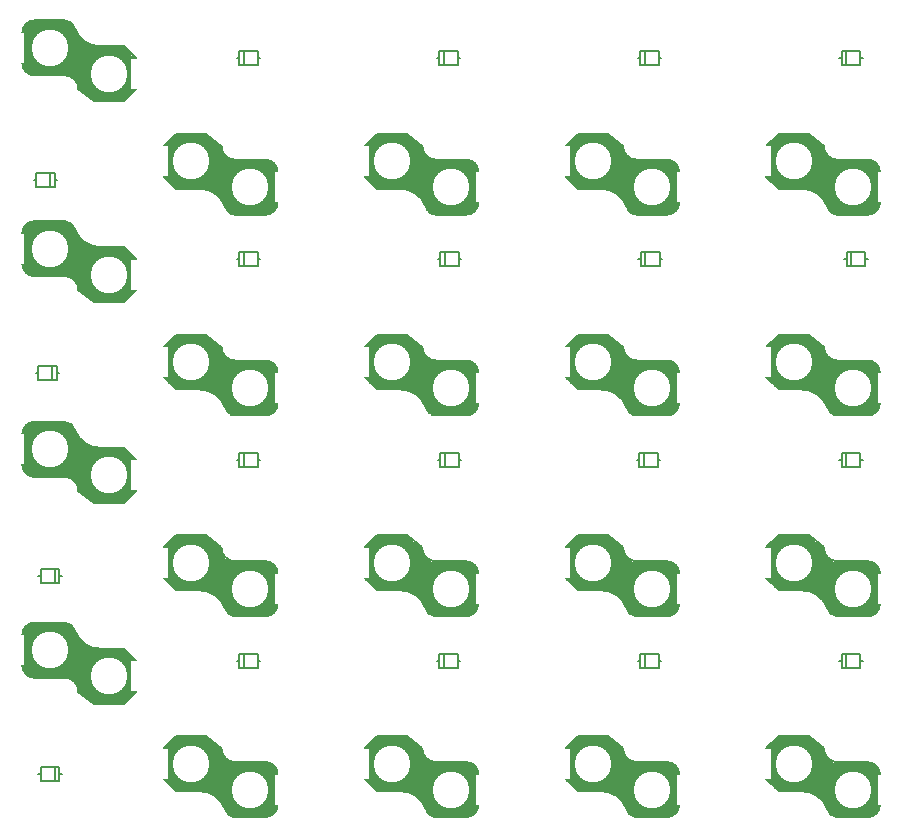
<source format=gbr>
%TF.GenerationSoftware,KiCad,Pcbnew,9.0.2*%
%TF.CreationDate,2025-12-07T23:57:28+09:00*%
%TF.ProjectId,FrostOrtho_R,46726f73-744f-4727-9468-6f5f522e6b69,rev?*%
%TF.SameCoordinates,Original*%
%TF.FileFunction,Legend,Bot*%
%TF.FilePolarity,Positive*%
%FSLAX46Y46*%
G04 Gerber Fmt 4.6, Leading zero omitted, Abs format (unit mm)*
G04 Created by KiCad (PCBNEW 9.0.2) date 2025-12-07 23:57:28*
%MOMM*%
%LPD*%
G01*
G04 APERTURE LIST*
%ADD10C,0.150000*%
%ADD11C,0.200000*%
%ADD12C,1.900000*%
%ADD13C,3.100000*%
%ADD14C,5.000000*%
%ADD15C,1.000000*%
%ADD16R,2.600000X2.600000*%
%ADD17R,1.200000X0.950000*%
%ADD18C,0.900000*%
%ADD19O,2.750000X1.800000*%
%ADD20C,1.500000*%
%ADD21R,1.700000X1.700000*%
%ADD22O,1.700000X1.700000*%
G04 APERTURE END LIST*
D10*
%TO.C,SW15*%
X117200000Y-69900000D02*
X117200000Y-72500000D01*
X117200000Y-69900000D02*
X118225000Y-68875000D01*
X117200000Y-72500000D02*
X118225000Y-73525000D01*
X117350000Y-72650000D02*
X117350000Y-69750000D01*
X117500000Y-72750000D02*
X117500000Y-69600000D01*
X117650000Y-72950000D02*
X117650000Y-69450000D01*
X117800000Y-73100000D02*
X117800000Y-69300000D01*
X117950000Y-73250000D02*
X117950000Y-69150000D01*
X118100000Y-73350000D02*
X118100000Y-69000000D01*
X118250000Y-73500000D02*
X118250000Y-68900000D01*
X118400000Y-73500000D02*
X118400000Y-68900000D01*
X118550000Y-73500000D02*
X118550000Y-68900000D01*
X118700000Y-73500000D02*
X118700000Y-68900000D01*
X118850000Y-73500000D02*
X118850000Y-68900000D01*
X119000000Y-73500000D02*
X119000000Y-68900000D01*
X119150000Y-73500000D02*
X119150000Y-68900000D01*
X119300000Y-73500000D02*
X119300000Y-68900000D01*
X119450000Y-73500000D02*
X119450000Y-68900000D01*
X119600000Y-73500000D02*
X119600000Y-68900000D01*
X119750000Y-73500000D02*
X119750000Y-68900000D01*
X119900000Y-73500000D02*
X119900000Y-68900000D01*
X120050000Y-73500000D02*
X120050000Y-68900000D01*
X120200000Y-73500000D02*
X120200000Y-68900000D01*
X120200000Y-73525000D02*
X118225000Y-73525000D01*
X120350000Y-73500000D02*
X120350000Y-68950000D01*
X120500000Y-73550000D02*
X120500000Y-68900000D01*
X120650000Y-73550000D02*
X120650000Y-68900000D01*
X120775000Y-68875000D02*
X118225000Y-68875000D01*
X120775000Y-68875000D02*
X122050000Y-69900000D01*
X120800000Y-73550000D02*
X120800000Y-68950000D01*
X120950000Y-73600000D02*
X120950000Y-69050000D01*
X121100000Y-73700000D02*
X121100000Y-69150000D01*
X121250000Y-73750000D02*
X121250000Y-69300000D01*
X121400000Y-73850000D02*
X121400000Y-69400000D01*
X121550000Y-73950000D02*
X121550000Y-69550000D01*
X121700000Y-74050000D02*
X121700000Y-69650000D01*
X121850000Y-74200000D02*
X121850000Y-69750000D01*
X122000000Y-74350000D02*
X122000000Y-69900000D01*
X122100000Y-74550000D02*
X122100000Y-70400000D01*
X122200000Y-74700000D02*
X122200000Y-70550000D01*
X122300000Y-74900000D02*
X122300000Y-70750000D01*
X122400000Y-75050000D02*
X122400000Y-70850000D01*
X122500000Y-75300000D02*
X122500000Y-70900000D01*
X122600000Y-75450000D02*
X122600000Y-70950000D01*
X122750000Y-75550000D02*
X122750000Y-71000000D01*
X122900000Y-75650000D02*
X122900000Y-71100000D01*
X123050000Y-75700000D02*
X123050000Y-71100000D01*
X123200000Y-75700000D02*
X123200000Y-71100000D01*
X123350000Y-75700000D02*
X123350000Y-71150000D01*
X123500000Y-75700000D02*
X123500000Y-71100000D01*
X123650000Y-75700000D02*
X123650000Y-71100000D01*
X123800000Y-75700000D02*
X123800000Y-71100000D01*
X123950000Y-75700000D02*
X123950000Y-71100000D01*
X124100000Y-75700000D02*
X124100000Y-71100000D01*
X124250000Y-75700000D02*
X124250000Y-71100000D01*
X124400000Y-75700000D02*
X124400000Y-71100000D01*
X124550000Y-75700000D02*
X124550000Y-71100000D01*
X124700000Y-75700000D02*
X124700000Y-71100000D01*
X124850000Y-75700000D02*
X124850000Y-71100000D01*
X125000000Y-75700000D02*
X125000000Y-71100000D01*
X125150000Y-75700000D02*
X125150000Y-71100000D01*
X125300000Y-75700000D02*
X125300000Y-71100000D01*
X125450000Y-75700000D02*
X125450000Y-71100000D01*
X125600000Y-75700000D02*
X125600000Y-71100000D01*
X125750000Y-75700000D02*
X125750000Y-71100000D01*
X125800000Y-71075000D02*
X123225000Y-71075000D01*
X125800000Y-75725000D02*
X123200000Y-75725000D01*
X125900000Y-75700000D02*
X125900000Y-71150000D01*
X126050000Y-75650000D02*
X126050000Y-71150000D01*
X126200000Y-75600000D02*
X126200000Y-71200000D01*
X126350000Y-75500000D02*
X126350000Y-71300000D01*
X126450000Y-75400000D02*
X126450000Y-71450000D01*
X126550000Y-75300000D02*
X126550000Y-71550000D01*
X126650000Y-75150000D02*
X126650000Y-71600000D01*
X126800000Y-72075000D02*
X126800000Y-74725000D01*
X120200000Y-73525000D02*
G75*
G02*
X122337801Y-75021904I-1J-2275002D01*
G01*
X123199005Y-75723791D02*
G75*
G02*
X122337801Y-75021904I38796J926887D01*
G01*
X123225000Y-71075000D02*
G75*
G02*
X122050000Y-69900000I2J1175002D01*
G01*
X125800000Y-71075000D02*
G75*
G02*
X126800000Y-72075000I0J-1000000D01*
G01*
X126800000Y-74725000D02*
G75*
G02*
X125800000Y-75725000I-1000000J0D01*
G01*
D11*
%TO.C,D18*%
X140782843Y-45500000D02*
X140981281Y-45500000D01*
X140981281Y-44904686D02*
X140981281Y-46095314D01*
X140981281Y-46095314D02*
X142568785Y-46095314D01*
X141378157Y-46095314D02*
X141378157Y-44904686D01*
X142568785Y-44904686D02*
X140981281Y-44904686D01*
X142568785Y-45500000D02*
X142767223Y-45500000D01*
X142568785Y-46095314D02*
X142568785Y-44904686D01*
D10*
%TO.C,SW20*%
X134200000Y-86910000D02*
X134200000Y-89510000D01*
X134200000Y-86910000D02*
X135225000Y-85885000D01*
X134200000Y-89510000D02*
X135225000Y-90535000D01*
X134350000Y-89660000D02*
X134350000Y-86760000D01*
X134500000Y-89760000D02*
X134500000Y-86610000D01*
X134650000Y-89960000D02*
X134650000Y-86460000D01*
X134800000Y-90110000D02*
X134800000Y-86310000D01*
X134950000Y-90260000D02*
X134950000Y-86160000D01*
X135100000Y-90360000D02*
X135100000Y-86010000D01*
X135250000Y-90510000D02*
X135250000Y-85910000D01*
X135400000Y-90510000D02*
X135400000Y-85910000D01*
X135550000Y-90510000D02*
X135550000Y-85910000D01*
X135700000Y-90510000D02*
X135700000Y-85910000D01*
X135850000Y-90510000D02*
X135850000Y-85910000D01*
X136000000Y-90510000D02*
X136000000Y-85910000D01*
X136150000Y-90510000D02*
X136150000Y-85910000D01*
X136300000Y-90510000D02*
X136300000Y-85910000D01*
X136450000Y-90510000D02*
X136450000Y-85910000D01*
X136600000Y-90510000D02*
X136600000Y-85910000D01*
X136750000Y-90510000D02*
X136750000Y-85910000D01*
X136900000Y-90510000D02*
X136900000Y-85910000D01*
X137050000Y-90510000D02*
X137050000Y-85910000D01*
X137200000Y-90510000D02*
X137200000Y-85910000D01*
X137200000Y-90535000D02*
X135225000Y-90535000D01*
X137350000Y-90510000D02*
X137350000Y-85960000D01*
X137500000Y-90560000D02*
X137500000Y-85910000D01*
X137650000Y-90560000D02*
X137650000Y-85910000D01*
X137775000Y-85885000D02*
X135225000Y-85885000D01*
X137775000Y-85885000D02*
X139050000Y-86910000D01*
X137800000Y-90560000D02*
X137800000Y-85960000D01*
X137950000Y-90610000D02*
X137950000Y-86060000D01*
X138100000Y-90710000D02*
X138100000Y-86160000D01*
X138250000Y-90760000D02*
X138250000Y-86310000D01*
X138400000Y-90860000D02*
X138400000Y-86410000D01*
X138550000Y-90960000D02*
X138550000Y-86560000D01*
X138700000Y-91060000D02*
X138700000Y-86660000D01*
X138850000Y-91210000D02*
X138850000Y-86760000D01*
X139000000Y-91360000D02*
X139000000Y-86910000D01*
X139100000Y-91560000D02*
X139100000Y-87410000D01*
X139200000Y-91710000D02*
X139200000Y-87560000D01*
X139300000Y-91910000D02*
X139300000Y-87760000D01*
X139400000Y-92060000D02*
X139400000Y-87860000D01*
X139500000Y-92310000D02*
X139500000Y-87910000D01*
X139600000Y-92460000D02*
X139600000Y-87960000D01*
X139750000Y-92560000D02*
X139750000Y-88010000D01*
X139900000Y-92660000D02*
X139900000Y-88110000D01*
X140050000Y-92710000D02*
X140050000Y-88110000D01*
X140200000Y-92710000D02*
X140200000Y-88110000D01*
X140350000Y-92710000D02*
X140350000Y-88160000D01*
X140500000Y-92710000D02*
X140500000Y-88110000D01*
X140650000Y-92710000D02*
X140650000Y-88110000D01*
X140800000Y-92710000D02*
X140800000Y-88110000D01*
X140950000Y-92710000D02*
X140950000Y-88110000D01*
X141100000Y-92710000D02*
X141100000Y-88110000D01*
X141250000Y-92710000D02*
X141250000Y-88110000D01*
X141400000Y-92710000D02*
X141400000Y-88110000D01*
X141550000Y-92710000D02*
X141550000Y-88110000D01*
X141700000Y-92710000D02*
X141700000Y-88110000D01*
X141850000Y-92710000D02*
X141850000Y-88110000D01*
X142000000Y-92710000D02*
X142000000Y-88110000D01*
X142150000Y-92710000D02*
X142150000Y-88110000D01*
X142300000Y-92710000D02*
X142300000Y-88110000D01*
X142450000Y-92710000D02*
X142450000Y-88110000D01*
X142600000Y-92710000D02*
X142600000Y-88110000D01*
X142750000Y-92710000D02*
X142750000Y-88110000D01*
X142800000Y-88085000D02*
X140225000Y-88085000D01*
X142800000Y-92735000D02*
X140200000Y-92735000D01*
X142900000Y-92710000D02*
X142900000Y-88160000D01*
X143050000Y-92660000D02*
X143050000Y-88160000D01*
X143200000Y-92610000D02*
X143200000Y-88210000D01*
X143350000Y-92510000D02*
X143350000Y-88310000D01*
X143450000Y-92410000D02*
X143450000Y-88460000D01*
X143550000Y-92310000D02*
X143550000Y-88560000D01*
X143650000Y-92160000D02*
X143650000Y-88610000D01*
X143800000Y-89085000D02*
X143800000Y-91735000D01*
X137200000Y-90535000D02*
G75*
G02*
X139337801Y-92031904I-1J-2275002D01*
G01*
X140199005Y-92733791D02*
G75*
G02*
X139337801Y-92031904I38796J926887D01*
G01*
X140225000Y-88085000D02*
G75*
G02*
X139050000Y-86910000I2J1175002D01*
G01*
X142800000Y-88085000D02*
G75*
G02*
X143800000Y-89085000I0J-1000000D01*
G01*
X143800000Y-91735000D02*
G75*
G02*
X142800000Y-92735000I-1000000J0D01*
G01*
D11*
%TO.C,D17*%
X140359343Y-28500000D02*
X140557781Y-28500000D01*
X140557781Y-27904686D02*
X140557781Y-29095314D01*
X140557781Y-29095314D02*
X142145285Y-29095314D01*
X140954657Y-29095314D02*
X140954657Y-27904686D01*
X142145285Y-27904686D02*
X140557781Y-27904686D01*
X142145285Y-28500000D02*
X142343723Y-28500000D01*
X142145285Y-29095314D02*
X142145285Y-27904686D01*
D10*
%TO.C,SW18*%
X134200000Y-52900000D02*
X134200000Y-55500000D01*
X134200000Y-52900000D02*
X135225000Y-51875000D01*
X134200000Y-55500000D02*
X135225000Y-56525000D01*
X134350000Y-55650000D02*
X134350000Y-52750000D01*
X134500000Y-55750000D02*
X134500000Y-52600000D01*
X134650000Y-55950000D02*
X134650000Y-52450000D01*
X134800000Y-56100000D02*
X134800000Y-52300000D01*
X134950000Y-56250000D02*
X134950000Y-52150000D01*
X135100000Y-56350000D02*
X135100000Y-52000000D01*
X135250000Y-56500000D02*
X135250000Y-51900000D01*
X135400000Y-56500000D02*
X135400000Y-51900000D01*
X135550000Y-56500000D02*
X135550000Y-51900000D01*
X135700000Y-56500000D02*
X135700000Y-51900000D01*
X135850000Y-56500000D02*
X135850000Y-51900000D01*
X136000000Y-56500000D02*
X136000000Y-51900000D01*
X136150000Y-56500000D02*
X136150000Y-51900000D01*
X136300000Y-56500000D02*
X136300000Y-51900000D01*
X136450000Y-56500000D02*
X136450000Y-51900000D01*
X136600000Y-56500000D02*
X136600000Y-51900000D01*
X136750000Y-56500000D02*
X136750000Y-51900000D01*
X136900000Y-56500000D02*
X136900000Y-51900000D01*
X137050000Y-56500000D02*
X137050000Y-51900000D01*
X137200000Y-56500000D02*
X137200000Y-51900000D01*
X137200000Y-56525000D02*
X135225000Y-56525000D01*
X137350000Y-56500000D02*
X137350000Y-51950000D01*
X137500000Y-56550000D02*
X137500000Y-51900000D01*
X137650000Y-56550000D02*
X137650000Y-51900000D01*
X137775000Y-51875000D02*
X135225000Y-51875000D01*
X137775000Y-51875000D02*
X139050000Y-52900000D01*
X137800000Y-56550000D02*
X137800000Y-51950000D01*
X137950000Y-56600000D02*
X137950000Y-52050000D01*
X138100000Y-56700000D02*
X138100000Y-52150000D01*
X138250000Y-56750000D02*
X138250000Y-52300000D01*
X138400000Y-56850000D02*
X138400000Y-52400000D01*
X138550000Y-56950000D02*
X138550000Y-52550000D01*
X138700000Y-57050000D02*
X138700000Y-52650000D01*
X138850000Y-57200000D02*
X138850000Y-52750000D01*
X139000000Y-57350000D02*
X139000000Y-52900000D01*
X139100000Y-57550000D02*
X139100000Y-53400000D01*
X139200000Y-57700000D02*
X139200000Y-53550000D01*
X139300000Y-57900000D02*
X139300000Y-53750000D01*
X139400000Y-58050000D02*
X139400000Y-53850000D01*
X139500000Y-58300000D02*
X139500000Y-53900000D01*
X139600000Y-58450000D02*
X139600000Y-53950000D01*
X139750000Y-58550000D02*
X139750000Y-54000000D01*
X139900000Y-58650000D02*
X139900000Y-54100000D01*
X140050000Y-58700000D02*
X140050000Y-54100000D01*
X140200000Y-58700000D02*
X140200000Y-54100000D01*
X140350000Y-58700000D02*
X140350000Y-54150000D01*
X140500000Y-58700000D02*
X140500000Y-54100000D01*
X140650000Y-58700000D02*
X140650000Y-54100000D01*
X140800000Y-58700000D02*
X140800000Y-54100000D01*
X140950000Y-58700000D02*
X140950000Y-54100000D01*
X141100000Y-58700000D02*
X141100000Y-54100000D01*
X141250000Y-58700000D02*
X141250000Y-54100000D01*
X141400000Y-58700000D02*
X141400000Y-54100000D01*
X141550000Y-58700000D02*
X141550000Y-54100000D01*
X141700000Y-58700000D02*
X141700000Y-54100000D01*
X141850000Y-58700000D02*
X141850000Y-54100000D01*
X142000000Y-58700000D02*
X142000000Y-54100000D01*
X142150000Y-58700000D02*
X142150000Y-54100000D01*
X142300000Y-58700000D02*
X142300000Y-54100000D01*
X142450000Y-58700000D02*
X142450000Y-54100000D01*
X142600000Y-58700000D02*
X142600000Y-54100000D01*
X142750000Y-58700000D02*
X142750000Y-54100000D01*
X142800000Y-54075000D02*
X140225000Y-54075000D01*
X142800000Y-58725000D02*
X140200000Y-58725000D01*
X142900000Y-58700000D02*
X142900000Y-54150000D01*
X143050000Y-58650000D02*
X143050000Y-54150000D01*
X143200000Y-58600000D02*
X143200000Y-54200000D01*
X143350000Y-58500000D02*
X143350000Y-54300000D01*
X143450000Y-58400000D02*
X143450000Y-54450000D01*
X143550000Y-58300000D02*
X143550000Y-54550000D01*
X143650000Y-58150000D02*
X143650000Y-54600000D01*
X143800000Y-55075000D02*
X143800000Y-57725000D01*
X137200000Y-56525000D02*
G75*
G02*
X139337801Y-58021904I-1J-2275002D01*
G01*
X140199005Y-58723791D02*
G75*
G02*
X139337801Y-58021904I38796J926887D01*
G01*
X140225000Y-54075000D02*
G75*
G02*
X139050000Y-52900000I2J1175002D01*
G01*
X142800000Y-54075000D02*
G75*
G02*
X143800000Y-55075000I0J-1000000D01*
G01*
X143800000Y-57725000D02*
G75*
G02*
X142800000Y-58725000I-1000000J0D01*
G01*
%TO.C,SW5*%
X83200000Y-35900000D02*
X83200000Y-38500000D01*
X83200000Y-35900000D02*
X84225000Y-34875000D01*
X83200000Y-38500000D02*
X84225000Y-39525000D01*
X83350000Y-38650000D02*
X83350000Y-35750000D01*
X83500000Y-38750000D02*
X83500000Y-35600000D01*
X83650000Y-38950000D02*
X83650000Y-35450000D01*
X83800000Y-39100000D02*
X83800000Y-35300000D01*
X83950000Y-39250000D02*
X83950000Y-35150000D01*
X84100000Y-39350000D02*
X84100000Y-35000000D01*
X84250000Y-39500000D02*
X84250000Y-34900000D01*
X84400000Y-39500000D02*
X84400000Y-34900000D01*
X84550000Y-39500000D02*
X84550000Y-34900000D01*
X84700000Y-39500000D02*
X84700000Y-34900000D01*
X84850000Y-39500000D02*
X84850000Y-34900000D01*
X85000000Y-39500000D02*
X85000000Y-34900000D01*
X85150000Y-39500000D02*
X85150000Y-34900000D01*
X85300000Y-39500000D02*
X85300000Y-34900000D01*
X85450000Y-39500000D02*
X85450000Y-34900000D01*
X85600000Y-39500000D02*
X85600000Y-34900000D01*
X85750000Y-39500000D02*
X85750000Y-34900000D01*
X85900000Y-39500000D02*
X85900000Y-34900000D01*
X86050000Y-39500000D02*
X86050000Y-34900000D01*
X86200000Y-39500000D02*
X86200000Y-34900000D01*
X86200000Y-39525000D02*
X84225000Y-39525000D01*
X86350000Y-39500000D02*
X86350000Y-34950000D01*
X86500000Y-39550000D02*
X86500000Y-34900000D01*
X86650000Y-39550000D02*
X86650000Y-34900000D01*
X86775000Y-34875000D02*
X84225000Y-34875000D01*
X86775000Y-34875000D02*
X88050000Y-35900000D01*
X86800000Y-39550000D02*
X86800000Y-34950000D01*
X86950000Y-39600000D02*
X86950000Y-35050000D01*
X87100000Y-39700000D02*
X87100000Y-35150000D01*
X87250000Y-39750000D02*
X87250000Y-35300000D01*
X87400000Y-39850000D02*
X87400000Y-35400000D01*
X87550000Y-39950000D02*
X87550000Y-35550000D01*
X87700000Y-40050000D02*
X87700000Y-35650000D01*
X87850000Y-40200000D02*
X87850000Y-35750000D01*
X88000000Y-40350000D02*
X88000000Y-35900000D01*
X88100000Y-40550000D02*
X88100000Y-36400000D01*
X88200000Y-40700000D02*
X88200000Y-36550000D01*
X88300000Y-40900000D02*
X88300000Y-36750000D01*
X88400000Y-41050000D02*
X88400000Y-36850000D01*
X88500000Y-41300000D02*
X88500000Y-36900000D01*
X88600000Y-41450000D02*
X88600000Y-36950000D01*
X88750000Y-41550000D02*
X88750000Y-37000000D01*
X88900000Y-41650000D02*
X88900000Y-37100000D01*
X89050000Y-41700000D02*
X89050000Y-37100000D01*
X89200000Y-41700000D02*
X89200000Y-37100000D01*
X89350000Y-41700000D02*
X89350000Y-37150000D01*
X89500000Y-41700000D02*
X89500000Y-37100000D01*
X89650000Y-41700000D02*
X89650000Y-37100000D01*
X89800000Y-41700000D02*
X89800000Y-37100000D01*
X89950000Y-41700000D02*
X89950000Y-37100000D01*
X90100000Y-41700000D02*
X90100000Y-37100000D01*
X90250000Y-41700000D02*
X90250000Y-37100000D01*
X90400000Y-41700000D02*
X90400000Y-37100000D01*
X90550000Y-41700000D02*
X90550000Y-37100000D01*
X90700000Y-41700000D02*
X90700000Y-37100000D01*
X90850000Y-41700000D02*
X90850000Y-37100000D01*
X91000000Y-41700000D02*
X91000000Y-37100000D01*
X91150000Y-41700000D02*
X91150000Y-37100000D01*
X91300000Y-41700000D02*
X91300000Y-37100000D01*
X91450000Y-41700000D02*
X91450000Y-37100000D01*
X91600000Y-41700000D02*
X91600000Y-37100000D01*
X91750000Y-41700000D02*
X91750000Y-37100000D01*
X91800000Y-37075000D02*
X89225000Y-37075000D01*
X91800000Y-41725000D02*
X89200000Y-41725000D01*
X91900000Y-41700000D02*
X91900000Y-37150000D01*
X92050000Y-41650000D02*
X92050000Y-37150000D01*
X92200000Y-41600000D02*
X92200000Y-37200000D01*
X92350000Y-41500000D02*
X92350000Y-37300000D01*
X92450000Y-41400000D02*
X92450000Y-37450000D01*
X92550000Y-41300000D02*
X92550000Y-37550000D01*
X92650000Y-41150000D02*
X92650000Y-37600000D01*
X92800000Y-38075000D02*
X92800000Y-40725000D01*
X86200000Y-39525000D02*
G75*
G02*
X88337801Y-41021904I-1J-2275002D01*
G01*
X89199005Y-41723791D02*
G75*
G02*
X88337801Y-41021904I38796J926887D01*
G01*
X89225000Y-37075000D02*
G75*
G02*
X88050000Y-35900000I2J1175002D01*
G01*
X91800000Y-37075000D02*
G75*
G02*
X92800000Y-38075000I0J-1000000D01*
G01*
X92800000Y-40725000D02*
G75*
G02*
X91800000Y-41725000I-1000000J0D01*
G01*
D11*
%TO.C,D6*%
X89359343Y-45500000D02*
X89557781Y-45500000D01*
X89557781Y-44904686D02*
X89557781Y-46095314D01*
X89557781Y-46095314D02*
X91145285Y-46095314D01*
X89954657Y-46095314D02*
X89954657Y-44904686D01*
X91145285Y-44904686D02*
X89557781Y-44904686D01*
X91145285Y-45500000D02*
X91343723Y-45500000D01*
X91145285Y-46095314D02*
X91145285Y-44904686D01*
%TO.C,D4*%
X72754715Y-88504686D02*
X72754715Y-89695314D01*
X72754715Y-89100000D02*
X72556277Y-89100000D01*
X72754715Y-89695314D02*
X74342219Y-89695314D01*
X73945343Y-88504686D02*
X73945343Y-89695314D01*
X74342219Y-88504686D02*
X72754715Y-88504686D01*
X74342219Y-89695314D02*
X74342219Y-88504686D01*
X74540657Y-89100000D02*
X74342219Y-89100000D01*
%TO.C,D11*%
X106359343Y-62500000D02*
X106557781Y-62500000D01*
X106557781Y-61904686D02*
X106557781Y-63095314D01*
X106557781Y-63095314D02*
X108145285Y-63095314D01*
X106954657Y-63095314D02*
X106954657Y-61904686D01*
X108145285Y-61904686D02*
X106557781Y-61904686D01*
X108145285Y-62500000D02*
X108343723Y-62500000D01*
X108145285Y-63095314D02*
X108145285Y-61904686D01*
%TO.C,D9*%
X106282843Y-28500000D02*
X106481281Y-28500000D01*
X106481281Y-27904686D02*
X106481281Y-29095314D01*
X106481281Y-29095314D02*
X108068785Y-29095314D01*
X106878157Y-29095314D02*
X106878157Y-27904686D01*
X108068785Y-27904686D02*
X106481281Y-27904686D01*
X108068785Y-28500000D02*
X108267223Y-28500000D01*
X108068785Y-29095314D02*
X108068785Y-27904686D01*
%TO.C,D7*%
X89359343Y-62500000D02*
X89557781Y-62500000D01*
X89557781Y-61904686D02*
X89557781Y-63095314D01*
X89557781Y-63095314D02*
X91145285Y-63095314D01*
X89954657Y-63095314D02*
X89954657Y-61904686D01*
X91145285Y-61904686D02*
X89557781Y-61904686D01*
X91145285Y-62500000D02*
X91343723Y-62500000D01*
X91145285Y-63095314D02*
X91145285Y-61904686D01*
D10*
%TO.C,SW16*%
X117200000Y-86900000D02*
X117200000Y-89500000D01*
X117200000Y-86900000D02*
X118225000Y-85875000D01*
X117200000Y-89500000D02*
X118225000Y-90525000D01*
X117350000Y-89650000D02*
X117350000Y-86750000D01*
X117500000Y-89750000D02*
X117500000Y-86600000D01*
X117650000Y-89950000D02*
X117650000Y-86450000D01*
X117800000Y-90100000D02*
X117800000Y-86300000D01*
X117950000Y-90250000D02*
X117950000Y-86150000D01*
X118100000Y-90350000D02*
X118100000Y-86000000D01*
X118250000Y-90500000D02*
X118250000Y-85900000D01*
X118400000Y-90500000D02*
X118400000Y-85900000D01*
X118550000Y-90500000D02*
X118550000Y-85900000D01*
X118700000Y-90500000D02*
X118700000Y-85900000D01*
X118850000Y-90500000D02*
X118850000Y-85900000D01*
X119000000Y-90500000D02*
X119000000Y-85900000D01*
X119150000Y-90500000D02*
X119150000Y-85900000D01*
X119300000Y-90500000D02*
X119300000Y-85900000D01*
X119450000Y-90500000D02*
X119450000Y-85900000D01*
X119600000Y-90500000D02*
X119600000Y-85900000D01*
X119750000Y-90500000D02*
X119750000Y-85900000D01*
X119900000Y-90500000D02*
X119900000Y-85900000D01*
X120050000Y-90500000D02*
X120050000Y-85900000D01*
X120200000Y-90500000D02*
X120200000Y-85900000D01*
X120200000Y-90525000D02*
X118225000Y-90525000D01*
X120350000Y-90500000D02*
X120350000Y-85950000D01*
X120500000Y-90550000D02*
X120500000Y-85900000D01*
X120650000Y-90550000D02*
X120650000Y-85900000D01*
X120775000Y-85875000D02*
X118225000Y-85875000D01*
X120775000Y-85875000D02*
X122050000Y-86900000D01*
X120800000Y-90550000D02*
X120800000Y-85950000D01*
X120950000Y-90600000D02*
X120950000Y-86050000D01*
X121100000Y-90700000D02*
X121100000Y-86150000D01*
X121250000Y-90750000D02*
X121250000Y-86300000D01*
X121400000Y-90850000D02*
X121400000Y-86400000D01*
X121550000Y-90950000D02*
X121550000Y-86550000D01*
X121700000Y-91050000D02*
X121700000Y-86650000D01*
X121850000Y-91200000D02*
X121850000Y-86750000D01*
X122000000Y-91350000D02*
X122000000Y-86900000D01*
X122100000Y-91550000D02*
X122100000Y-87400000D01*
X122200000Y-91700000D02*
X122200000Y-87550000D01*
X122300000Y-91900000D02*
X122300000Y-87750000D01*
X122400000Y-92050000D02*
X122400000Y-87850000D01*
X122500000Y-92300000D02*
X122500000Y-87900000D01*
X122600000Y-92450000D02*
X122600000Y-87950000D01*
X122750000Y-92550000D02*
X122750000Y-88000000D01*
X122900000Y-92650000D02*
X122900000Y-88100000D01*
X123050000Y-92700000D02*
X123050000Y-88100000D01*
X123200000Y-92700000D02*
X123200000Y-88100000D01*
X123350000Y-92700000D02*
X123350000Y-88150000D01*
X123500000Y-92700000D02*
X123500000Y-88100000D01*
X123650000Y-92700000D02*
X123650000Y-88100000D01*
X123800000Y-92700000D02*
X123800000Y-88100000D01*
X123950000Y-92700000D02*
X123950000Y-88100000D01*
X124100000Y-92700000D02*
X124100000Y-88100000D01*
X124250000Y-92700000D02*
X124250000Y-88100000D01*
X124400000Y-92700000D02*
X124400000Y-88100000D01*
X124550000Y-92700000D02*
X124550000Y-88100000D01*
X124700000Y-92700000D02*
X124700000Y-88100000D01*
X124850000Y-92700000D02*
X124850000Y-88100000D01*
X125000000Y-92700000D02*
X125000000Y-88100000D01*
X125150000Y-92700000D02*
X125150000Y-88100000D01*
X125300000Y-92700000D02*
X125300000Y-88100000D01*
X125450000Y-92700000D02*
X125450000Y-88100000D01*
X125600000Y-92700000D02*
X125600000Y-88100000D01*
X125750000Y-92700000D02*
X125750000Y-88100000D01*
X125800000Y-88075000D02*
X123225000Y-88075000D01*
X125800000Y-92725000D02*
X123200000Y-92725000D01*
X125900000Y-92700000D02*
X125900000Y-88150000D01*
X126050000Y-92650000D02*
X126050000Y-88150000D01*
X126200000Y-92600000D02*
X126200000Y-88200000D01*
X126350000Y-92500000D02*
X126350000Y-88300000D01*
X126450000Y-92400000D02*
X126450000Y-88450000D01*
X126550000Y-92300000D02*
X126550000Y-88550000D01*
X126650000Y-92150000D02*
X126650000Y-88600000D01*
X126800000Y-89075000D02*
X126800000Y-91725000D01*
X120200000Y-90525000D02*
G75*
G02*
X122337801Y-92021904I-1J-2275002D01*
G01*
X123199005Y-92723791D02*
G75*
G02*
X122337801Y-92021904I38796J926887D01*
G01*
X123225000Y-88075000D02*
G75*
G02*
X122050000Y-86900000I2J1175002D01*
G01*
X125800000Y-88075000D02*
G75*
G02*
X126800000Y-89075000I0J-1000000D01*
G01*
X126800000Y-91725000D02*
G75*
G02*
X125800000Y-92725000I-1000000J0D01*
G01*
D11*
%TO.C,D14*%
X123359343Y-45500000D02*
X123557781Y-45500000D01*
X123557781Y-44904686D02*
X123557781Y-46095314D01*
X123557781Y-46095314D02*
X125145285Y-46095314D01*
X123954657Y-46095314D02*
X123954657Y-44904686D01*
X125145285Y-44904686D02*
X123557781Y-44904686D01*
X125145285Y-45500000D02*
X125343723Y-45500000D01*
X125145285Y-46095314D02*
X125145285Y-44904686D01*
%TO.C,D10*%
X106359343Y-45500000D02*
X106557781Y-45500000D01*
X106557781Y-44904686D02*
X106557781Y-46095314D01*
X106557781Y-46095314D02*
X108145285Y-46095314D01*
X106954657Y-46095314D02*
X106954657Y-44904686D01*
X108145285Y-44904686D02*
X106557781Y-44904686D01*
X108145285Y-45500000D02*
X108343723Y-45500000D01*
X108145285Y-46095314D02*
X108145285Y-44904686D01*
D10*
%TO.C,SW2*%
X71200000Y-45925000D02*
X71200000Y-43275000D01*
X71350000Y-42850000D02*
X71350000Y-46400000D01*
X71450000Y-42700000D02*
X71450000Y-46450000D01*
X71550000Y-42600000D02*
X71550000Y-46550000D01*
X71650000Y-42500000D02*
X71650000Y-46700000D01*
X71800000Y-42400000D02*
X71800000Y-46800000D01*
X71950000Y-42350000D02*
X71950000Y-46850000D01*
X72100000Y-42300000D02*
X72100000Y-46850000D01*
X72200000Y-42275000D02*
X74800000Y-42275000D01*
X72200000Y-46925000D02*
X74775000Y-46925000D01*
X72250000Y-42300000D02*
X72250000Y-46900000D01*
X72400000Y-42300000D02*
X72400000Y-46900000D01*
X72550000Y-42300000D02*
X72550000Y-46900000D01*
X72700000Y-42300000D02*
X72700000Y-46900000D01*
X72850000Y-42300000D02*
X72850000Y-46900000D01*
X73000000Y-42300000D02*
X73000000Y-46900000D01*
X73150000Y-42300000D02*
X73150000Y-46900000D01*
X73300000Y-42300000D02*
X73300000Y-46900000D01*
X73450000Y-42300000D02*
X73450000Y-46900000D01*
X73600000Y-42300000D02*
X73600000Y-46900000D01*
X73750000Y-42300000D02*
X73750000Y-46900000D01*
X73900000Y-42300000D02*
X73900000Y-46900000D01*
X74050000Y-42300000D02*
X74050000Y-46900000D01*
X74200000Y-42300000D02*
X74200000Y-46900000D01*
X74350000Y-42300000D02*
X74350000Y-46900000D01*
X74500000Y-42300000D02*
X74500000Y-46900000D01*
X74650000Y-42300000D02*
X74650000Y-46850000D01*
X74800000Y-42300000D02*
X74800000Y-46900000D01*
X74950000Y-42300000D02*
X74950000Y-46900000D01*
X75100000Y-42350000D02*
X75100000Y-46900000D01*
X75250000Y-42450000D02*
X75250000Y-47000000D01*
X75400000Y-42550000D02*
X75400000Y-47050000D01*
X75500000Y-42700000D02*
X75500000Y-47100000D01*
X75600000Y-42950000D02*
X75600000Y-47150000D01*
X75700000Y-43100000D02*
X75700000Y-47250000D01*
X75800000Y-43300000D02*
X75800000Y-47450000D01*
X75900000Y-43450000D02*
X75900000Y-47600000D01*
X76000000Y-43650000D02*
X76000000Y-48100000D01*
X76150000Y-43800000D02*
X76150000Y-48250000D01*
X76300000Y-43950000D02*
X76300000Y-48350000D01*
X76450000Y-44050000D02*
X76450000Y-48450000D01*
X76600000Y-44150000D02*
X76600000Y-48600000D01*
X76750000Y-44250000D02*
X76750000Y-48700000D01*
X76900000Y-44300000D02*
X76900000Y-48850000D01*
X77050000Y-44400000D02*
X77050000Y-48950000D01*
X77200000Y-44450000D02*
X77200000Y-49050000D01*
X77225000Y-49125000D02*
X75950000Y-48100000D01*
X77225000Y-49125000D02*
X79775000Y-49125000D01*
X77350000Y-44450000D02*
X77350000Y-49100000D01*
X77500000Y-44450000D02*
X77500000Y-49100000D01*
X77650000Y-44500000D02*
X77650000Y-49050000D01*
X77800000Y-44475000D02*
X79775000Y-44475000D01*
X77800000Y-44500000D02*
X77800000Y-49100000D01*
X77950000Y-44500000D02*
X77950000Y-49100000D01*
X78100000Y-44500000D02*
X78100000Y-49100000D01*
X78250000Y-44500000D02*
X78250000Y-49100000D01*
X78400000Y-44500000D02*
X78400000Y-49100000D01*
X78550000Y-44500000D02*
X78550000Y-49100000D01*
X78700000Y-44500000D02*
X78700000Y-49100000D01*
X78850000Y-44500000D02*
X78850000Y-49100000D01*
X79000000Y-44500000D02*
X79000000Y-49100000D01*
X79150000Y-44500000D02*
X79150000Y-49100000D01*
X79300000Y-44500000D02*
X79300000Y-49100000D01*
X79450000Y-44500000D02*
X79450000Y-49100000D01*
X79600000Y-44500000D02*
X79600000Y-49100000D01*
X79750000Y-44500000D02*
X79750000Y-49100000D01*
X79900000Y-44650000D02*
X79900000Y-49000000D01*
X80050000Y-44750000D02*
X80050000Y-48850000D01*
X80200000Y-44900000D02*
X80200000Y-48700000D01*
X80350000Y-45050000D02*
X80350000Y-48550000D01*
X80500000Y-45250000D02*
X80500000Y-48400000D01*
X80650000Y-45350000D02*
X80650000Y-48250000D01*
X80800000Y-45500000D02*
X79775000Y-44475000D01*
X80800000Y-48100000D02*
X79775000Y-49125000D01*
X80800000Y-48100000D02*
X80800000Y-45500000D01*
X71200000Y-43275000D02*
G75*
G02*
X72200000Y-42275000I1000000J0D01*
G01*
X72200000Y-46925000D02*
G75*
G02*
X71200000Y-45925000I0J1000000D01*
G01*
X74775000Y-46925000D02*
G75*
G02*
X75950000Y-48100000I-2J-1175002D01*
G01*
X74800995Y-42276209D02*
G75*
G02*
X75662199Y-42978096I-38796J-926887D01*
G01*
X77800000Y-44475000D02*
G75*
G02*
X75662199Y-42978096I1J2275002D01*
G01*
D11*
%TO.C,D12*%
X106282843Y-79500000D02*
X106481281Y-79500000D01*
X106481281Y-78904686D02*
X106481281Y-80095314D01*
X106481281Y-80095314D02*
X108068785Y-80095314D01*
X106878157Y-80095314D02*
X106878157Y-78904686D01*
X108068785Y-78904686D02*
X106481281Y-78904686D01*
X108068785Y-79500000D02*
X108267223Y-79500000D01*
X108068785Y-80095314D02*
X108068785Y-78904686D01*
D10*
%TO.C,SW12*%
X100200000Y-86900000D02*
X100200000Y-89500000D01*
X100200000Y-86900000D02*
X101225000Y-85875000D01*
X100200000Y-89500000D02*
X101225000Y-90525000D01*
X100350000Y-89650000D02*
X100350000Y-86750000D01*
X100500000Y-89750000D02*
X100500000Y-86600000D01*
X100650000Y-89950000D02*
X100650000Y-86450000D01*
X100800000Y-90100000D02*
X100800000Y-86300000D01*
X100950000Y-90250000D02*
X100950000Y-86150000D01*
X101100000Y-90350000D02*
X101100000Y-86000000D01*
X101250000Y-90500000D02*
X101250000Y-85900000D01*
X101400000Y-90500000D02*
X101400000Y-85900000D01*
X101550000Y-90500000D02*
X101550000Y-85900000D01*
X101700000Y-90500000D02*
X101700000Y-85900000D01*
X101850000Y-90500000D02*
X101850000Y-85900000D01*
X102000000Y-90500000D02*
X102000000Y-85900000D01*
X102150000Y-90500000D02*
X102150000Y-85900000D01*
X102300000Y-90500000D02*
X102300000Y-85900000D01*
X102450000Y-90500000D02*
X102450000Y-85900000D01*
X102600000Y-90500000D02*
X102600000Y-85900000D01*
X102750000Y-90500000D02*
X102750000Y-85900000D01*
X102900000Y-90500000D02*
X102900000Y-85900000D01*
X103050000Y-90500000D02*
X103050000Y-85900000D01*
X103200000Y-90500000D02*
X103200000Y-85900000D01*
X103200000Y-90525000D02*
X101225000Y-90525000D01*
X103350000Y-90500000D02*
X103350000Y-85950000D01*
X103500000Y-90550000D02*
X103500000Y-85900000D01*
X103650000Y-90550000D02*
X103650000Y-85900000D01*
X103775000Y-85875000D02*
X101225000Y-85875000D01*
X103775000Y-85875000D02*
X105050000Y-86900000D01*
X103800000Y-90550000D02*
X103800000Y-85950000D01*
X103950000Y-90600000D02*
X103950000Y-86050000D01*
X104100000Y-90700000D02*
X104100000Y-86150000D01*
X104250000Y-90750000D02*
X104250000Y-86300000D01*
X104400000Y-90850000D02*
X104400000Y-86400000D01*
X104550000Y-90950000D02*
X104550000Y-86550000D01*
X104700000Y-91050000D02*
X104700000Y-86650000D01*
X104850000Y-91200000D02*
X104850000Y-86750000D01*
X105000000Y-91350000D02*
X105000000Y-86900000D01*
X105100000Y-91550000D02*
X105100000Y-87400000D01*
X105200000Y-91700000D02*
X105200000Y-87550000D01*
X105300000Y-91900000D02*
X105300000Y-87750000D01*
X105400000Y-92050000D02*
X105400000Y-87850000D01*
X105500000Y-92300000D02*
X105500000Y-87900000D01*
X105600000Y-92450000D02*
X105600000Y-87950000D01*
X105750000Y-92550000D02*
X105750000Y-88000000D01*
X105900000Y-92650000D02*
X105900000Y-88100000D01*
X106050000Y-92700000D02*
X106050000Y-88100000D01*
X106200000Y-92700000D02*
X106200000Y-88100000D01*
X106350000Y-92700000D02*
X106350000Y-88150000D01*
X106500000Y-92700000D02*
X106500000Y-88100000D01*
X106650000Y-92700000D02*
X106650000Y-88100000D01*
X106800000Y-92700000D02*
X106800000Y-88100000D01*
X106950000Y-92700000D02*
X106950000Y-88100000D01*
X107100000Y-92700000D02*
X107100000Y-88100000D01*
X107250000Y-92700000D02*
X107250000Y-88100000D01*
X107400000Y-92700000D02*
X107400000Y-88100000D01*
X107550000Y-92700000D02*
X107550000Y-88100000D01*
X107700000Y-92700000D02*
X107700000Y-88100000D01*
X107850000Y-92700000D02*
X107850000Y-88100000D01*
X108000000Y-92700000D02*
X108000000Y-88100000D01*
X108150000Y-92700000D02*
X108150000Y-88100000D01*
X108300000Y-92700000D02*
X108300000Y-88100000D01*
X108450000Y-92700000D02*
X108450000Y-88100000D01*
X108600000Y-92700000D02*
X108600000Y-88100000D01*
X108750000Y-92700000D02*
X108750000Y-88100000D01*
X108800000Y-88075000D02*
X106225000Y-88075000D01*
X108800000Y-92725000D02*
X106200000Y-92725000D01*
X108900000Y-92700000D02*
X108900000Y-88150000D01*
X109050000Y-92650000D02*
X109050000Y-88150000D01*
X109200000Y-92600000D02*
X109200000Y-88200000D01*
X109350000Y-92500000D02*
X109350000Y-88300000D01*
X109450000Y-92400000D02*
X109450000Y-88450000D01*
X109550000Y-92300000D02*
X109550000Y-88550000D01*
X109650000Y-92150000D02*
X109650000Y-88600000D01*
X109800000Y-89075000D02*
X109800000Y-91725000D01*
X103200000Y-90525000D02*
G75*
G02*
X105337801Y-92021904I-1J-2275002D01*
G01*
X106199005Y-92723791D02*
G75*
G02*
X105337801Y-92021904I38796J926887D01*
G01*
X106225000Y-88075000D02*
G75*
G02*
X105050000Y-86900000I2J1175002D01*
G01*
X108800000Y-88075000D02*
G75*
G02*
X109800000Y-89075000I0J-1000000D01*
G01*
X109800000Y-91725000D02*
G75*
G02*
X108800000Y-92725000I-1000000J0D01*
G01*
%TO.C,SW6*%
X83200000Y-52900000D02*
X83200000Y-55500000D01*
X83200000Y-52900000D02*
X84225000Y-51875000D01*
X83200000Y-55500000D02*
X84225000Y-56525000D01*
X83350000Y-55650000D02*
X83350000Y-52750000D01*
X83500000Y-55750000D02*
X83500000Y-52600000D01*
X83650000Y-55950000D02*
X83650000Y-52450000D01*
X83800000Y-56100000D02*
X83800000Y-52300000D01*
X83950000Y-56250000D02*
X83950000Y-52150000D01*
X84100000Y-56350000D02*
X84100000Y-52000000D01*
X84250000Y-56500000D02*
X84250000Y-51900000D01*
X84400000Y-56500000D02*
X84400000Y-51900000D01*
X84550000Y-56500000D02*
X84550000Y-51900000D01*
X84700000Y-56500000D02*
X84700000Y-51900000D01*
X84850000Y-56500000D02*
X84850000Y-51900000D01*
X85000000Y-56500000D02*
X85000000Y-51900000D01*
X85150000Y-56500000D02*
X85150000Y-51900000D01*
X85300000Y-56500000D02*
X85300000Y-51900000D01*
X85450000Y-56500000D02*
X85450000Y-51900000D01*
X85600000Y-56500000D02*
X85600000Y-51900000D01*
X85750000Y-56500000D02*
X85750000Y-51900000D01*
X85900000Y-56500000D02*
X85900000Y-51900000D01*
X86050000Y-56500000D02*
X86050000Y-51900000D01*
X86200000Y-56500000D02*
X86200000Y-51900000D01*
X86200000Y-56525000D02*
X84225000Y-56525000D01*
X86350000Y-56500000D02*
X86350000Y-51950000D01*
X86500000Y-56550000D02*
X86500000Y-51900000D01*
X86650000Y-56550000D02*
X86650000Y-51900000D01*
X86775000Y-51875000D02*
X84225000Y-51875000D01*
X86775000Y-51875000D02*
X88050000Y-52900000D01*
X86800000Y-56550000D02*
X86800000Y-51950000D01*
X86950000Y-56600000D02*
X86950000Y-52050000D01*
X87100000Y-56700000D02*
X87100000Y-52150000D01*
X87250000Y-56750000D02*
X87250000Y-52300000D01*
X87400000Y-56850000D02*
X87400000Y-52400000D01*
X87550000Y-56950000D02*
X87550000Y-52550000D01*
X87700000Y-57050000D02*
X87700000Y-52650000D01*
X87850000Y-57200000D02*
X87850000Y-52750000D01*
X88000000Y-57350000D02*
X88000000Y-52900000D01*
X88100000Y-57550000D02*
X88100000Y-53400000D01*
X88200000Y-57700000D02*
X88200000Y-53550000D01*
X88300000Y-57900000D02*
X88300000Y-53750000D01*
X88400000Y-58050000D02*
X88400000Y-53850000D01*
X88500000Y-58300000D02*
X88500000Y-53900000D01*
X88600000Y-58450000D02*
X88600000Y-53950000D01*
X88750000Y-58550000D02*
X88750000Y-54000000D01*
X88900000Y-58650000D02*
X88900000Y-54100000D01*
X89050000Y-58700000D02*
X89050000Y-54100000D01*
X89200000Y-58700000D02*
X89200000Y-54100000D01*
X89350000Y-58700000D02*
X89350000Y-54150000D01*
X89500000Y-58700000D02*
X89500000Y-54100000D01*
X89650000Y-58700000D02*
X89650000Y-54100000D01*
X89800000Y-58700000D02*
X89800000Y-54100000D01*
X89950000Y-58700000D02*
X89950000Y-54100000D01*
X90100000Y-58700000D02*
X90100000Y-54100000D01*
X90250000Y-58700000D02*
X90250000Y-54100000D01*
X90400000Y-58700000D02*
X90400000Y-54100000D01*
X90550000Y-58700000D02*
X90550000Y-54100000D01*
X90700000Y-58700000D02*
X90700000Y-54100000D01*
X90850000Y-58700000D02*
X90850000Y-54100000D01*
X91000000Y-58700000D02*
X91000000Y-54100000D01*
X91150000Y-58700000D02*
X91150000Y-54100000D01*
X91300000Y-58700000D02*
X91300000Y-54100000D01*
X91450000Y-58700000D02*
X91450000Y-54100000D01*
X91600000Y-58700000D02*
X91600000Y-54100000D01*
X91750000Y-58700000D02*
X91750000Y-54100000D01*
X91800000Y-54075000D02*
X89225000Y-54075000D01*
X91800000Y-58725000D02*
X89200000Y-58725000D01*
X91900000Y-58700000D02*
X91900000Y-54150000D01*
X92050000Y-58650000D02*
X92050000Y-54150000D01*
X92200000Y-58600000D02*
X92200000Y-54200000D01*
X92350000Y-58500000D02*
X92350000Y-54300000D01*
X92450000Y-58400000D02*
X92450000Y-54450000D01*
X92550000Y-58300000D02*
X92550000Y-54550000D01*
X92650000Y-58150000D02*
X92650000Y-54600000D01*
X92800000Y-55075000D02*
X92800000Y-57725000D01*
X86200000Y-56525000D02*
G75*
G02*
X88337801Y-58021904I-1J-2275002D01*
G01*
X89199005Y-58723791D02*
G75*
G02*
X88337801Y-58021904I38796J926887D01*
G01*
X89225000Y-54075000D02*
G75*
G02*
X88050000Y-52900000I2J1175002D01*
G01*
X91800000Y-54075000D02*
G75*
G02*
X92800000Y-55075000I0J-1000000D01*
G01*
X92800000Y-57725000D02*
G75*
G02*
X91800000Y-58725000I-1000000J0D01*
G01*
%TO.C,SW4*%
X71200000Y-79925000D02*
X71200000Y-77275000D01*
X71350000Y-76850000D02*
X71350000Y-80400000D01*
X71450000Y-76700000D02*
X71450000Y-80450000D01*
X71550000Y-76600000D02*
X71550000Y-80550000D01*
X71650000Y-76500000D02*
X71650000Y-80700000D01*
X71800000Y-76400000D02*
X71800000Y-80800000D01*
X71950000Y-76350000D02*
X71950000Y-80850000D01*
X72100000Y-76300000D02*
X72100000Y-80850000D01*
X72200000Y-76275000D02*
X74800000Y-76275000D01*
X72200000Y-80925000D02*
X74775000Y-80925000D01*
X72250000Y-76300000D02*
X72250000Y-80900000D01*
X72400000Y-76300000D02*
X72400000Y-80900000D01*
X72550000Y-76300000D02*
X72550000Y-80900000D01*
X72700000Y-76300000D02*
X72700000Y-80900000D01*
X72850000Y-76300000D02*
X72850000Y-80900000D01*
X73000000Y-76300000D02*
X73000000Y-80900000D01*
X73150000Y-76300000D02*
X73150000Y-80900000D01*
X73300000Y-76300000D02*
X73300000Y-80900000D01*
X73450000Y-76300000D02*
X73450000Y-80900000D01*
X73600000Y-76300000D02*
X73600000Y-80900000D01*
X73750000Y-76300000D02*
X73750000Y-80900000D01*
X73900000Y-76300000D02*
X73900000Y-80900000D01*
X74050000Y-76300000D02*
X74050000Y-80900000D01*
X74200000Y-76300000D02*
X74200000Y-80900000D01*
X74350000Y-76300000D02*
X74350000Y-80900000D01*
X74500000Y-76300000D02*
X74500000Y-80900000D01*
X74650000Y-76300000D02*
X74650000Y-80850000D01*
X74800000Y-76300000D02*
X74800000Y-80900000D01*
X74950000Y-76300000D02*
X74950000Y-80900000D01*
X75100000Y-76350000D02*
X75100000Y-80900000D01*
X75250000Y-76450000D02*
X75250000Y-81000000D01*
X75400000Y-76550000D02*
X75400000Y-81050000D01*
X75500000Y-76700000D02*
X75500000Y-81100000D01*
X75600000Y-76950000D02*
X75600000Y-81150000D01*
X75700000Y-77100000D02*
X75700000Y-81250000D01*
X75800000Y-77300000D02*
X75800000Y-81450000D01*
X75900000Y-77450000D02*
X75900000Y-81600000D01*
X76000000Y-77650000D02*
X76000000Y-82100000D01*
X76150000Y-77800000D02*
X76150000Y-82250000D01*
X76300000Y-77950000D02*
X76300000Y-82350000D01*
X76450000Y-78050000D02*
X76450000Y-82450000D01*
X76600000Y-78150000D02*
X76600000Y-82600000D01*
X76750000Y-78250000D02*
X76750000Y-82700000D01*
X76900000Y-78300000D02*
X76900000Y-82850000D01*
X77050000Y-78400000D02*
X77050000Y-82950000D01*
X77200000Y-78450000D02*
X77200000Y-83050000D01*
X77225000Y-83125000D02*
X75950000Y-82100000D01*
X77225000Y-83125000D02*
X79775000Y-83125000D01*
X77350000Y-78450000D02*
X77350000Y-83100000D01*
X77500000Y-78450000D02*
X77500000Y-83100000D01*
X77650000Y-78500000D02*
X77650000Y-83050000D01*
X77800000Y-78475000D02*
X79775000Y-78475000D01*
X77800000Y-78500000D02*
X77800000Y-83100000D01*
X77950000Y-78500000D02*
X77950000Y-83100000D01*
X78100000Y-78500000D02*
X78100000Y-83100000D01*
X78250000Y-78500000D02*
X78250000Y-83100000D01*
X78400000Y-78500000D02*
X78400000Y-83100000D01*
X78550000Y-78500000D02*
X78550000Y-83100000D01*
X78700000Y-78500000D02*
X78700000Y-83100000D01*
X78850000Y-78500000D02*
X78850000Y-83100000D01*
X79000000Y-78500000D02*
X79000000Y-83100000D01*
X79150000Y-78500000D02*
X79150000Y-83100000D01*
X79300000Y-78500000D02*
X79300000Y-83100000D01*
X79450000Y-78500000D02*
X79450000Y-83100000D01*
X79600000Y-78500000D02*
X79600000Y-83100000D01*
X79750000Y-78500000D02*
X79750000Y-83100000D01*
X79900000Y-78650000D02*
X79900000Y-83000000D01*
X80050000Y-78750000D02*
X80050000Y-82850000D01*
X80200000Y-78900000D02*
X80200000Y-82700000D01*
X80350000Y-79050000D02*
X80350000Y-82550000D01*
X80500000Y-79250000D02*
X80500000Y-82400000D01*
X80650000Y-79350000D02*
X80650000Y-82250000D01*
X80800000Y-79500000D02*
X79775000Y-78475000D01*
X80800000Y-82100000D02*
X79775000Y-83125000D01*
X80800000Y-82100000D02*
X80800000Y-79500000D01*
X71200000Y-77275000D02*
G75*
G02*
X72200000Y-76275000I1000000J0D01*
G01*
X72200000Y-80925000D02*
G75*
G02*
X71200000Y-79925000I0J1000000D01*
G01*
X74775000Y-80925000D02*
G75*
G02*
X75950000Y-82100000I-2J-1175002D01*
G01*
X74800995Y-76276209D02*
G75*
G02*
X75662199Y-76978096I-38796J-926887D01*
G01*
X77800000Y-78475000D02*
G75*
G02*
X75662199Y-76978096I1J2275002D01*
G01*
D11*
%TO.C,D2*%
X72554715Y-54504686D02*
X72554715Y-55695314D01*
X72554715Y-55100000D02*
X72356277Y-55100000D01*
X72554715Y-55695314D02*
X74142219Y-55695314D01*
X73745343Y-54504686D02*
X73745343Y-55695314D01*
X74142219Y-54504686D02*
X72554715Y-54504686D01*
X74142219Y-55695314D02*
X74142219Y-54504686D01*
X74340657Y-55100000D02*
X74142219Y-55100000D01*
D10*
%TO.C,SW3*%
X71200000Y-62925000D02*
X71200000Y-60275000D01*
X71350000Y-59850000D02*
X71350000Y-63400000D01*
X71450000Y-59700000D02*
X71450000Y-63450000D01*
X71550000Y-59600000D02*
X71550000Y-63550000D01*
X71650000Y-59500000D02*
X71650000Y-63700000D01*
X71800000Y-59400000D02*
X71800000Y-63800000D01*
X71950000Y-59350000D02*
X71950000Y-63850000D01*
X72100000Y-59300000D02*
X72100000Y-63850000D01*
X72200000Y-59275000D02*
X74800000Y-59275000D01*
X72200000Y-63925000D02*
X74775000Y-63925000D01*
X72250000Y-59300000D02*
X72250000Y-63900000D01*
X72400000Y-59300000D02*
X72400000Y-63900000D01*
X72550000Y-59300000D02*
X72550000Y-63900000D01*
X72700000Y-59300000D02*
X72700000Y-63900000D01*
X72850000Y-59300000D02*
X72850000Y-63900000D01*
X73000000Y-59300000D02*
X73000000Y-63900000D01*
X73150000Y-59300000D02*
X73150000Y-63900000D01*
X73300000Y-59300000D02*
X73300000Y-63900000D01*
X73450000Y-59300000D02*
X73450000Y-63900000D01*
X73600000Y-59300000D02*
X73600000Y-63900000D01*
X73750000Y-59300000D02*
X73750000Y-63900000D01*
X73900000Y-59300000D02*
X73900000Y-63900000D01*
X74050000Y-59300000D02*
X74050000Y-63900000D01*
X74200000Y-59300000D02*
X74200000Y-63900000D01*
X74350000Y-59300000D02*
X74350000Y-63900000D01*
X74500000Y-59300000D02*
X74500000Y-63900000D01*
X74650000Y-59300000D02*
X74650000Y-63850000D01*
X74800000Y-59300000D02*
X74800000Y-63900000D01*
X74950000Y-59300000D02*
X74950000Y-63900000D01*
X75100000Y-59350000D02*
X75100000Y-63900000D01*
X75250000Y-59450000D02*
X75250000Y-64000000D01*
X75400000Y-59550000D02*
X75400000Y-64050000D01*
X75500000Y-59700000D02*
X75500000Y-64100000D01*
X75600000Y-59950000D02*
X75600000Y-64150000D01*
X75700000Y-60100000D02*
X75700000Y-64250000D01*
X75800000Y-60300000D02*
X75800000Y-64450000D01*
X75900000Y-60450000D02*
X75900000Y-64600000D01*
X76000000Y-60650000D02*
X76000000Y-65100000D01*
X76150000Y-60800000D02*
X76150000Y-65250000D01*
X76300000Y-60950000D02*
X76300000Y-65350000D01*
X76450000Y-61050000D02*
X76450000Y-65450000D01*
X76600000Y-61150000D02*
X76600000Y-65600000D01*
X76750000Y-61250000D02*
X76750000Y-65700000D01*
X76900000Y-61300000D02*
X76900000Y-65850000D01*
X77050000Y-61400000D02*
X77050000Y-65950000D01*
X77200000Y-61450000D02*
X77200000Y-66050000D01*
X77225000Y-66125000D02*
X75950000Y-65100000D01*
X77225000Y-66125000D02*
X79775000Y-66125000D01*
X77350000Y-61450000D02*
X77350000Y-66100000D01*
X77500000Y-61450000D02*
X77500000Y-66100000D01*
X77650000Y-61500000D02*
X77650000Y-66050000D01*
X77800000Y-61475000D02*
X79775000Y-61475000D01*
X77800000Y-61500000D02*
X77800000Y-66100000D01*
X77950000Y-61500000D02*
X77950000Y-66100000D01*
X78100000Y-61500000D02*
X78100000Y-66100000D01*
X78250000Y-61500000D02*
X78250000Y-66100000D01*
X78400000Y-61500000D02*
X78400000Y-66100000D01*
X78550000Y-61500000D02*
X78550000Y-66100000D01*
X78700000Y-61500000D02*
X78700000Y-66100000D01*
X78850000Y-61500000D02*
X78850000Y-66100000D01*
X79000000Y-61500000D02*
X79000000Y-66100000D01*
X79150000Y-61500000D02*
X79150000Y-66100000D01*
X79300000Y-61500000D02*
X79300000Y-66100000D01*
X79450000Y-61500000D02*
X79450000Y-66100000D01*
X79600000Y-61500000D02*
X79600000Y-66100000D01*
X79750000Y-61500000D02*
X79750000Y-66100000D01*
X79900000Y-61650000D02*
X79900000Y-66000000D01*
X80050000Y-61750000D02*
X80050000Y-65850000D01*
X80200000Y-61900000D02*
X80200000Y-65700000D01*
X80350000Y-62050000D02*
X80350000Y-65550000D01*
X80500000Y-62250000D02*
X80500000Y-65400000D01*
X80650000Y-62350000D02*
X80650000Y-65250000D01*
X80800000Y-62500000D02*
X79775000Y-61475000D01*
X80800000Y-65100000D02*
X79775000Y-66125000D01*
X80800000Y-65100000D02*
X80800000Y-62500000D01*
X71200000Y-60275000D02*
G75*
G02*
X72200000Y-59275000I1000000J0D01*
G01*
X72200000Y-63925000D02*
G75*
G02*
X71200000Y-62925000I0J1000000D01*
G01*
X74775000Y-63925000D02*
G75*
G02*
X75950000Y-65100000I-2J-1175002D01*
G01*
X74800995Y-59276209D02*
G75*
G02*
X75662199Y-59978096I-38796J-926887D01*
G01*
X77800000Y-61475000D02*
G75*
G02*
X75662199Y-59978096I1J2275002D01*
G01*
D11*
%TO.C,D16*%
X123282843Y-79500000D02*
X123481281Y-79500000D01*
X123481281Y-78904686D02*
X123481281Y-80095314D01*
X123481281Y-80095314D02*
X125068785Y-80095314D01*
X123878157Y-80095314D02*
X123878157Y-78904686D01*
X125068785Y-78904686D02*
X123481281Y-78904686D01*
X125068785Y-79500000D02*
X125267223Y-79500000D01*
X125068785Y-80095314D02*
X125068785Y-78904686D01*
D10*
%TO.C,SW13*%
X117200000Y-35900000D02*
X117200000Y-38500000D01*
X117200000Y-35900000D02*
X118225000Y-34875000D01*
X117200000Y-38500000D02*
X118225000Y-39525000D01*
X117350000Y-38650000D02*
X117350000Y-35750000D01*
X117500000Y-38750000D02*
X117500000Y-35600000D01*
X117650000Y-38950000D02*
X117650000Y-35450000D01*
X117800000Y-39100000D02*
X117800000Y-35300000D01*
X117950000Y-39250000D02*
X117950000Y-35150000D01*
X118100000Y-39350000D02*
X118100000Y-35000000D01*
X118250000Y-39500000D02*
X118250000Y-34900000D01*
X118400000Y-39500000D02*
X118400000Y-34900000D01*
X118550000Y-39500000D02*
X118550000Y-34900000D01*
X118700000Y-39500000D02*
X118700000Y-34900000D01*
X118850000Y-39500000D02*
X118850000Y-34900000D01*
X119000000Y-39500000D02*
X119000000Y-34900000D01*
X119150000Y-39500000D02*
X119150000Y-34900000D01*
X119300000Y-39500000D02*
X119300000Y-34900000D01*
X119450000Y-39500000D02*
X119450000Y-34900000D01*
X119600000Y-39500000D02*
X119600000Y-34900000D01*
X119750000Y-39500000D02*
X119750000Y-34900000D01*
X119900000Y-39500000D02*
X119900000Y-34900000D01*
X120050000Y-39500000D02*
X120050000Y-34900000D01*
X120200000Y-39500000D02*
X120200000Y-34900000D01*
X120200000Y-39525000D02*
X118225000Y-39525000D01*
X120350000Y-39500000D02*
X120350000Y-34950000D01*
X120500000Y-39550000D02*
X120500000Y-34900000D01*
X120650000Y-39550000D02*
X120650000Y-34900000D01*
X120775000Y-34875000D02*
X118225000Y-34875000D01*
X120775000Y-34875000D02*
X122050000Y-35900000D01*
X120800000Y-39550000D02*
X120800000Y-34950000D01*
X120950000Y-39600000D02*
X120950000Y-35050000D01*
X121100000Y-39700000D02*
X121100000Y-35150000D01*
X121250000Y-39750000D02*
X121250000Y-35300000D01*
X121400000Y-39850000D02*
X121400000Y-35400000D01*
X121550000Y-39950000D02*
X121550000Y-35550000D01*
X121700000Y-40050000D02*
X121700000Y-35650000D01*
X121850000Y-40200000D02*
X121850000Y-35750000D01*
X122000000Y-40350000D02*
X122000000Y-35900000D01*
X122100000Y-40550000D02*
X122100000Y-36400000D01*
X122200000Y-40700000D02*
X122200000Y-36550000D01*
X122300000Y-40900000D02*
X122300000Y-36750000D01*
X122400000Y-41050000D02*
X122400000Y-36850000D01*
X122500000Y-41300000D02*
X122500000Y-36900000D01*
X122600000Y-41450000D02*
X122600000Y-36950000D01*
X122750000Y-41550000D02*
X122750000Y-37000000D01*
X122900000Y-41650000D02*
X122900000Y-37100000D01*
X123050000Y-41700000D02*
X123050000Y-37100000D01*
X123200000Y-41700000D02*
X123200000Y-37100000D01*
X123350000Y-41700000D02*
X123350000Y-37150000D01*
X123500000Y-41700000D02*
X123500000Y-37100000D01*
X123650000Y-41700000D02*
X123650000Y-37100000D01*
X123800000Y-41700000D02*
X123800000Y-37100000D01*
X123950000Y-41700000D02*
X123950000Y-37100000D01*
X124100000Y-41700000D02*
X124100000Y-37100000D01*
X124250000Y-41700000D02*
X124250000Y-37100000D01*
X124400000Y-41700000D02*
X124400000Y-37100000D01*
X124550000Y-41700000D02*
X124550000Y-37100000D01*
X124700000Y-41700000D02*
X124700000Y-37100000D01*
X124850000Y-41700000D02*
X124850000Y-37100000D01*
X125000000Y-41700000D02*
X125000000Y-37100000D01*
X125150000Y-41700000D02*
X125150000Y-37100000D01*
X125300000Y-41700000D02*
X125300000Y-37100000D01*
X125450000Y-41700000D02*
X125450000Y-37100000D01*
X125600000Y-41700000D02*
X125600000Y-37100000D01*
X125750000Y-41700000D02*
X125750000Y-37100000D01*
X125800000Y-37075000D02*
X123225000Y-37075000D01*
X125800000Y-41725000D02*
X123200000Y-41725000D01*
X125900000Y-41700000D02*
X125900000Y-37150000D01*
X126050000Y-41650000D02*
X126050000Y-37150000D01*
X126200000Y-41600000D02*
X126200000Y-37200000D01*
X126350000Y-41500000D02*
X126350000Y-37300000D01*
X126450000Y-41400000D02*
X126450000Y-37450000D01*
X126550000Y-41300000D02*
X126550000Y-37550000D01*
X126650000Y-41150000D02*
X126650000Y-37600000D01*
X126800000Y-38075000D02*
X126800000Y-40725000D01*
X120200000Y-39525000D02*
G75*
G02*
X122337801Y-41021904I-1J-2275002D01*
G01*
X123199005Y-41723791D02*
G75*
G02*
X122337801Y-41021904I38796J926887D01*
G01*
X123225000Y-37075000D02*
G75*
G02*
X122050000Y-35900000I2J1175002D01*
G01*
X125800000Y-37075000D02*
G75*
G02*
X126800000Y-38075000I0J-1000000D01*
G01*
X126800000Y-40725000D02*
G75*
G02*
X125800000Y-41725000I-1000000J0D01*
G01*
D11*
%TO.C,D3*%
X72754715Y-71704686D02*
X72754715Y-72895314D01*
X72754715Y-72300000D02*
X72556277Y-72300000D01*
X72754715Y-72895314D02*
X74342219Y-72895314D01*
X73945343Y-71704686D02*
X73945343Y-72895314D01*
X74342219Y-71704686D02*
X72754715Y-71704686D01*
X74342219Y-72895314D02*
X74342219Y-71704686D01*
X74540657Y-72300000D02*
X74342219Y-72300000D01*
D10*
%TO.C,SW10*%
X100200000Y-52900000D02*
X100200000Y-55500000D01*
X100200000Y-52900000D02*
X101225000Y-51875000D01*
X100200000Y-55500000D02*
X101225000Y-56525000D01*
X100350000Y-55650000D02*
X100350000Y-52750000D01*
X100500000Y-55750000D02*
X100500000Y-52600000D01*
X100650000Y-55950000D02*
X100650000Y-52450000D01*
X100800000Y-56100000D02*
X100800000Y-52300000D01*
X100950000Y-56250000D02*
X100950000Y-52150000D01*
X101100000Y-56350000D02*
X101100000Y-52000000D01*
X101250000Y-56500000D02*
X101250000Y-51900000D01*
X101400000Y-56500000D02*
X101400000Y-51900000D01*
X101550000Y-56500000D02*
X101550000Y-51900000D01*
X101700000Y-56500000D02*
X101700000Y-51900000D01*
X101850000Y-56500000D02*
X101850000Y-51900000D01*
X102000000Y-56500000D02*
X102000000Y-51900000D01*
X102150000Y-56500000D02*
X102150000Y-51900000D01*
X102300000Y-56500000D02*
X102300000Y-51900000D01*
X102450000Y-56500000D02*
X102450000Y-51900000D01*
X102600000Y-56500000D02*
X102600000Y-51900000D01*
X102750000Y-56500000D02*
X102750000Y-51900000D01*
X102900000Y-56500000D02*
X102900000Y-51900000D01*
X103050000Y-56500000D02*
X103050000Y-51900000D01*
X103200000Y-56500000D02*
X103200000Y-51900000D01*
X103200000Y-56525000D02*
X101225000Y-56525000D01*
X103350000Y-56500000D02*
X103350000Y-51950000D01*
X103500000Y-56550000D02*
X103500000Y-51900000D01*
X103650000Y-56550000D02*
X103650000Y-51900000D01*
X103775000Y-51875000D02*
X101225000Y-51875000D01*
X103775000Y-51875000D02*
X105050000Y-52900000D01*
X103800000Y-56550000D02*
X103800000Y-51950000D01*
X103950000Y-56600000D02*
X103950000Y-52050000D01*
X104100000Y-56700000D02*
X104100000Y-52150000D01*
X104250000Y-56750000D02*
X104250000Y-52300000D01*
X104400000Y-56850000D02*
X104400000Y-52400000D01*
X104550000Y-56950000D02*
X104550000Y-52550000D01*
X104700000Y-57050000D02*
X104700000Y-52650000D01*
X104850000Y-57200000D02*
X104850000Y-52750000D01*
X105000000Y-57350000D02*
X105000000Y-52900000D01*
X105100000Y-57550000D02*
X105100000Y-53400000D01*
X105200000Y-57700000D02*
X105200000Y-53550000D01*
X105300000Y-57900000D02*
X105300000Y-53750000D01*
X105400000Y-58050000D02*
X105400000Y-53850000D01*
X105500000Y-58300000D02*
X105500000Y-53900000D01*
X105600000Y-58450000D02*
X105600000Y-53950000D01*
X105750000Y-58550000D02*
X105750000Y-54000000D01*
X105900000Y-58650000D02*
X105900000Y-54100000D01*
X106050000Y-58700000D02*
X106050000Y-54100000D01*
X106200000Y-58700000D02*
X106200000Y-54100000D01*
X106350000Y-58700000D02*
X106350000Y-54150000D01*
X106500000Y-58700000D02*
X106500000Y-54100000D01*
X106650000Y-58700000D02*
X106650000Y-54100000D01*
X106800000Y-58700000D02*
X106800000Y-54100000D01*
X106950000Y-58700000D02*
X106950000Y-54100000D01*
X107100000Y-58700000D02*
X107100000Y-54100000D01*
X107250000Y-58700000D02*
X107250000Y-54100000D01*
X107400000Y-58700000D02*
X107400000Y-54100000D01*
X107550000Y-58700000D02*
X107550000Y-54100000D01*
X107700000Y-58700000D02*
X107700000Y-54100000D01*
X107850000Y-58700000D02*
X107850000Y-54100000D01*
X108000000Y-58700000D02*
X108000000Y-54100000D01*
X108150000Y-58700000D02*
X108150000Y-54100000D01*
X108300000Y-58700000D02*
X108300000Y-54100000D01*
X108450000Y-58700000D02*
X108450000Y-54100000D01*
X108600000Y-58700000D02*
X108600000Y-54100000D01*
X108750000Y-58700000D02*
X108750000Y-54100000D01*
X108800000Y-54075000D02*
X106225000Y-54075000D01*
X108800000Y-58725000D02*
X106200000Y-58725000D01*
X108900000Y-58700000D02*
X108900000Y-54150000D01*
X109050000Y-58650000D02*
X109050000Y-54150000D01*
X109200000Y-58600000D02*
X109200000Y-54200000D01*
X109350000Y-58500000D02*
X109350000Y-54300000D01*
X109450000Y-58400000D02*
X109450000Y-54450000D01*
X109550000Y-58300000D02*
X109550000Y-54550000D01*
X109650000Y-58150000D02*
X109650000Y-54600000D01*
X109800000Y-55075000D02*
X109800000Y-57725000D01*
X103200000Y-56525000D02*
G75*
G02*
X105337801Y-58021904I-1J-2275002D01*
G01*
X106199005Y-58723791D02*
G75*
G02*
X105337801Y-58021904I38796J926887D01*
G01*
X106225000Y-54075000D02*
G75*
G02*
X105050000Y-52900000I2J1175002D01*
G01*
X108800000Y-54075000D02*
G75*
G02*
X109800000Y-55075000I0J-1000000D01*
G01*
X109800000Y-57725000D02*
G75*
G02*
X108800000Y-58725000I-1000000J0D01*
G01*
%TO.C,SW14*%
X117200000Y-52900000D02*
X117200000Y-55500000D01*
X117200000Y-52900000D02*
X118225000Y-51875000D01*
X117200000Y-55500000D02*
X118225000Y-56525000D01*
X117350000Y-55650000D02*
X117350000Y-52750000D01*
X117500000Y-55750000D02*
X117500000Y-52600000D01*
X117650000Y-55950000D02*
X117650000Y-52450000D01*
X117800000Y-56100000D02*
X117800000Y-52300000D01*
X117950000Y-56250000D02*
X117950000Y-52150000D01*
X118100000Y-56350000D02*
X118100000Y-52000000D01*
X118250000Y-56500000D02*
X118250000Y-51900000D01*
X118400000Y-56500000D02*
X118400000Y-51900000D01*
X118550000Y-56500000D02*
X118550000Y-51900000D01*
X118700000Y-56500000D02*
X118700000Y-51900000D01*
X118850000Y-56500000D02*
X118850000Y-51900000D01*
X119000000Y-56500000D02*
X119000000Y-51900000D01*
X119150000Y-56500000D02*
X119150000Y-51900000D01*
X119300000Y-56500000D02*
X119300000Y-51900000D01*
X119450000Y-56500000D02*
X119450000Y-51900000D01*
X119600000Y-56500000D02*
X119600000Y-51900000D01*
X119750000Y-56500000D02*
X119750000Y-51900000D01*
X119900000Y-56500000D02*
X119900000Y-51900000D01*
X120050000Y-56500000D02*
X120050000Y-51900000D01*
X120200000Y-56500000D02*
X120200000Y-51900000D01*
X120200000Y-56525000D02*
X118225000Y-56525000D01*
X120350000Y-56500000D02*
X120350000Y-51950000D01*
X120500000Y-56550000D02*
X120500000Y-51900000D01*
X120650000Y-56550000D02*
X120650000Y-51900000D01*
X120775000Y-51875000D02*
X118225000Y-51875000D01*
X120775000Y-51875000D02*
X122050000Y-52900000D01*
X120800000Y-56550000D02*
X120800000Y-51950000D01*
X120950000Y-56600000D02*
X120950000Y-52050000D01*
X121100000Y-56700000D02*
X121100000Y-52150000D01*
X121250000Y-56750000D02*
X121250000Y-52300000D01*
X121400000Y-56850000D02*
X121400000Y-52400000D01*
X121550000Y-56950000D02*
X121550000Y-52550000D01*
X121700000Y-57050000D02*
X121700000Y-52650000D01*
X121850000Y-57200000D02*
X121850000Y-52750000D01*
X122000000Y-57350000D02*
X122000000Y-52900000D01*
X122100000Y-57550000D02*
X122100000Y-53400000D01*
X122200000Y-57700000D02*
X122200000Y-53550000D01*
X122300000Y-57900000D02*
X122300000Y-53750000D01*
X122400000Y-58050000D02*
X122400000Y-53850000D01*
X122500000Y-58300000D02*
X122500000Y-53900000D01*
X122600000Y-58450000D02*
X122600000Y-53950000D01*
X122750000Y-58550000D02*
X122750000Y-54000000D01*
X122900000Y-58650000D02*
X122900000Y-54100000D01*
X123050000Y-58700000D02*
X123050000Y-54100000D01*
X123200000Y-58700000D02*
X123200000Y-54100000D01*
X123350000Y-58700000D02*
X123350000Y-54150000D01*
X123500000Y-58700000D02*
X123500000Y-54100000D01*
X123650000Y-58700000D02*
X123650000Y-54100000D01*
X123800000Y-58700000D02*
X123800000Y-54100000D01*
X123950000Y-58700000D02*
X123950000Y-54100000D01*
X124100000Y-58700000D02*
X124100000Y-54100000D01*
X124250000Y-58700000D02*
X124250000Y-54100000D01*
X124400000Y-58700000D02*
X124400000Y-54100000D01*
X124550000Y-58700000D02*
X124550000Y-54100000D01*
X124700000Y-58700000D02*
X124700000Y-54100000D01*
X124850000Y-58700000D02*
X124850000Y-54100000D01*
X125000000Y-58700000D02*
X125000000Y-54100000D01*
X125150000Y-58700000D02*
X125150000Y-54100000D01*
X125300000Y-58700000D02*
X125300000Y-54100000D01*
X125450000Y-58700000D02*
X125450000Y-54100000D01*
X125600000Y-58700000D02*
X125600000Y-54100000D01*
X125750000Y-58700000D02*
X125750000Y-54100000D01*
X125800000Y-54075000D02*
X123225000Y-54075000D01*
X125800000Y-58725000D02*
X123200000Y-58725000D01*
X125900000Y-58700000D02*
X125900000Y-54150000D01*
X126050000Y-58650000D02*
X126050000Y-54150000D01*
X126200000Y-58600000D02*
X126200000Y-54200000D01*
X126350000Y-58500000D02*
X126350000Y-54300000D01*
X126450000Y-58400000D02*
X126450000Y-54450000D01*
X126550000Y-58300000D02*
X126550000Y-54550000D01*
X126650000Y-58150000D02*
X126650000Y-54600000D01*
X126800000Y-55075000D02*
X126800000Y-57725000D01*
X120200000Y-56525000D02*
G75*
G02*
X122337801Y-58021904I-1J-2275002D01*
G01*
X123199005Y-58723791D02*
G75*
G02*
X122337801Y-58021904I38796J926887D01*
G01*
X123225000Y-54075000D02*
G75*
G02*
X122050000Y-52900000I2J1175002D01*
G01*
X125800000Y-54075000D02*
G75*
G02*
X126800000Y-55075000I0J-1000000D01*
G01*
X126800000Y-57725000D02*
G75*
G02*
X125800000Y-58725000I-1000000J0D01*
G01*
%TO.C,SW8*%
X83200000Y-86900000D02*
X83200000Y-89500000D01*
X83200000Y-86900000D02*
X84225000Y-85875000D01*
X83200000Y-89500000D02*
X84225000Y-90525000D01*
X83350000Y-89650000D02*
X83350000Y-86750000D01*
X83500000Y-89750000D02*
X83500000Y-86600000D01*
X83650000Y-89950000D02*
X83650000Y-86450000D01*
X83800000Y-90100000D02*
X83800000Y-86300000D01*
X83950000Y-90250000D02*
X83950000Y-86150000D01*
X84100000Y-90350000D02*
X84100000Y-86000000D01*
X84250000Y-90500000D02*
X84250000Y-85900000D01*
X84400000Y-90500000D02*
X84400000Y-85900000D01*
X84550000Y-90500000D02*
X84550000Y-85900000D01*
X84700000Y-90500000D02*
X84700000Y-85900000D01*
X84850000Y-90500000D02*
X84850000Y-85900000D01*
X85000000Y-90500000D02*
X85000000Y-85900000D01*
X85150000Y-90500000D02*
X85150000Y-85900000D01*
X85300000Y-90500000D02*
X85300000Y-85900000D01*
X85450000Y-90500000D02*
X85450000Y-85900000D01*
X85600000Y-90500000D02*
X85600000Y-85900000D01*
X85750000Y-90500000D02*
X85750000Y-85900000D01*
X85900000Y-90500000D02*
X85900000Y-85900000D01*
X86050000Y-90500000D02*
X86050000Y-85900000D01*
X86200000Y-90500000D02*
X86200000Y-85900000D01*
X86200000Y-90525000D02*
X84225000Y-90525000D01*
X86350000Y-90500000D02*
X86350000Y-85950000D01*
X86500000Y-90550000D02*
X86500000Y-85900000D01*
X86650000Y-90550000D02*
X86650000Y-85900000D01*
X86775000Y-85875000D02*
X84225000Y-85875000D01*
X86775000Y-85875000D02*
X88050000Y-86900000D01*
X86800000Y-90550000D02*
X86800000Y-85950000D01*
X86950000Y-90600000D02*
X86950000Y-86050000D01*
X87100000Y-90700000D02*
X87100000Y-86150000D01*
X87250000Y-90750000D02*
X87250000Y-86300000D01*
X87400000Y-90850000D02*
X87400000Y-86400000D01*
X87550000Y-90950000D02*
X87550000Y-86550000D01*
X87700000Y-91050000D02*
X87700000Y-86650000D01*
X87850000Y-91200000D02*
X87850000Y-86750000D01*
X88000000Y-91350000D02*
X88000000Y-86900000D01*
X88100000Y-91550000D02*
X88100000Y-87400000D01*
X88200000Y-91700000D02*
X88200000Y-87550000D01*
X88300000Y-91900000D02*
X88300000Y-87750000D01*
X88400000Y-92050000D02*
X88400000Y-87850000D01*
X88500000Y-92300000D02*
X88500000Y-87900000D01*
X88600000Y-92450000D02*
X88600000Y-87950000D01*
X88750000Y-92550000D02*
X88750000Y-88000000D01*
X88900000Y-92650000D02*
X88900000Y-88100000D01*
X89050000Y-92700000D02*
X89050000Y-88100000D01*
X89200000Y-92700000D02*
X89200000Y-88100000D01*
X89350000Y-92700000D02*
X89350000Y-88150000D01*
X89500000Y-92700000D02*
X89500000Y-88100000D01*
X89650000Y-92700000D02*
X89650000Y-88100000D01*
X89800000Y-92700000D02*
X89800000Y-88100000D01*
X89950000Y-92700000D02*
X89950000Y-88100000D01*
X90100000Y-92700000D02*
X90100000Y-88100000D01*
X90250000Y-92700000D02*
X90250000Y-88100000D01*
X90400000Y-92700000D02*
X90400000Y-88100000D01*
X90550000Y-92700000D02*
X90550000Y-88100000D01*
X90700000Y-92700000D02*
X90700000Y-88100000D01*
X90850000Y-92700000D02*
X90850000Y-88100000D01*
X91000000Y-92700000D02*
X91000000Y-88100000D01*
X91150000Y-92700000D02*
X91150000Y-88100000D01*
X91300000Y-92700000D02*
X91300000Y-88100000D01*
X91450000Y-92700000D02*
X91450000Y-88100000D01*
X91600000Y-92700000D02*
X91600000Y-88100000D01*
X91750000Y-92700000D02*
X91750000Y-88100000D01*
X91800000Y-88075000D02*
X89225000Y-88075000D01*
X91800000Y-92725000D02*
X89200000Y-92725000D01*
X91900000Y-92700000D02*
X91900000Y-88150000D01*
X92050000Y-92650000D02*
X92050000Y-88150000D01*
X92200000Y-92600000D02*
X92200000Y-88200000D01*
X92350000Y-92500000D02*
X92350000Y-88300000D01*
X92450000Y-92400000D02*
X92450000Y-88450000D01*
X92550000Y-92300000D02*
X92550000Y-88550000D01*
X92650000Y-92150000D02*
X92650000Y-88600000D01*
X92800000Y-89075000D02*
X92800000Y-91725000D01*
X86200000Y-90525000D02*
G75*
G02*
X88337801Y-92021904I-1J-2275002D01*
G01*
X89199005Y-92723791D02*
G75*
G02*
X88337801Y-92021904I38796J926887D01*
G01*
X89225000Y-88075000D02*
G75*
G02*
X88050000Y-86900000I2J1175002D01*
G01*
X91800000Y-88075000D02*
G75*
G02*
X92800000Y-89075000I0J-1000000D01*
G01*
X92800000Y-91725000D02*
G75*
G02*
X91800000Y-92725000I-1000000J0D01*
G01*
D11*
%TO.C,D15*%
X123232843Y-62500000D02*
X123431281Y-62500000D01*
X123431281Y-61904686D02*
X123431281Y-63095314D01*
X123431281Y-63095314D02*
X125018785Y-63095314D01*
X123828157Y-63095314D02*
X123828157Y-61904686D01*
X125018785Y-61904686D02*
X123431281Y-61904686D01*
X125018785Y-62500000D02*
X125217223Y-62500000D01*
X125018785Y-63095314D02*
X125018785Y-61904686D01*
%TO.C,D8*%
X89359343Y-79500000D02*
X89557781Y-79500000D01*
X89557781Y-78904686D02*
X89557781Y-80095314D01*
X89557781Y-80095314D02*
X91145285Y-80095314D01*
X89954657Y-80095314D02*
X89954657Y-78904686D01*
X91145285Y-78904686D02*
X89557781Y-78904686D01*
X91145285Y-79500000D02*
X91343723Y-79500000D01*
X91145285Y-80095314D02*
X91145285Y-78904686D01*
%TO.C,D13*%
X123282843Y-28500000D02*
X123481281Y-28500000D01*
X123481281Y-27904686D02*
X123481281Y-29095314D01*
X123481281Y-29095314D02*
X125068785Y-29095314D01*
X123878157Y-29095314D02*
X123878157Y-27904686D01*
X125068785Y-27904686D02*
X123481281Y-27904686D01*
X125068785Y-28500000D02*
X125267223Y-28500000D01*
X125068785Y-29095314D02*
X125068785Y-27904686D01*
D10*
%TO.C,SW9*%
X100200000Y-35900000D02*
X100200000Y-38500000D01*
X100200000Y-35900000D02*
X101225000Y-34875000D01*
X100200000Y-38500000D02*
X101225000Y-39525000D01*
X100350000Y-38650000D02*
X100350000Y-35750000D01*
X100500000Y-38750000D02*
X100500000Y-35600000D01*
X100650000Y-38950000D02*
X100650000Y-35450000D01*
X100800000Y-39100000D02*
X100800000Y-35300000D01*
X100950000Y-39250000D02*
X100950000Y-35150000D01*
X101100000Y-39350000D02*
X101100000Y-35000000D01*
X101250000Y-39500000D02*
X101250000Y-34900000D01*
X101400000Y-39500000D02*
X101400000Y-34900000D01*
X101550000Y-39500000D02*
X101550000Y-34900000D01*
X101700000Y-39500000D02*
X101700000Y-34900000D01*
X101850000Y-39500000D02*
X101850000Y-34900000D01*
X102000000Y-39500000D02*
X102000000Y-34900000D01*
X102150000Y-39500000D02*
X102150000Y-34900000D01*
X102300000Y-39500000D02*
X102300000Y-34900000D01*
X102450000Y-39500000D02*
X102450000Y-34900000D01*
X102600000Y-39500000D02*
X102600000Y-34900000D01*
X102750000Y-39500000D02*
X102750000Y-34900000D01*
X102900000Y-39500000D02*
X102900000Y-34900000D01*
X103050000Y-39500000D02*
X103050000Y-34900000D01*
X103200000Y-39500000D02*
X103200000Y-34900000D01*
X103200000Y-39525000D02*
X101225000Y-39525000D01*
X103350000Y-39500000D02*
X103350000Y-34950000D01*
X103500000Y-39550000D02*
X103500000Y-34900000D01*
X103650000Y-39550000D02*
X103650000Y-34900000D01*
X103775000Y-34875000D02*
X101225000Y-34875000D01*
X103775000Y-34875000D02*
X105050000Y-35900000D01*
X103800000Y-39550000D02*
X103800000Y-34950000D01*
X103950000Y-39600000D02*
X103950000Y-35050000D01*
X104100000Y-39700000D02*
X104100000Y-35150000D01*
X104250000Y-39750000D02*
X104250000Y-35300000D01*
X104400000Y-39850000D02*
X104400000Y-35400000D01*
X104550000Y-39950000D02*
X104550000Y-35550000D01*
X104700000Y-40050000D02*
X104700000Y-35650000D01*
X104850000Y-40200000D02*
X104850000Y-35750000D01*
X105000000Y-40350000D02*
X105000000Y-35900000D01*
X105100000Y-40550000D02*
X105100000Y-36400000D01*
X105200000Y-40700000D02*
X105200000Y-36550000D01*
X105300000Y-40900000D02*
X105300000Y-36750000D01*
X105400000Y-41050000D02*
X105400000Y-36850000D01*
X105500000Y-41300000D02*
X105500000Y-36900000D01*
X105600000Y-41450000D02*
X105600000Y-36950000D01*
X105750000Y-41550000D02*
X105750000Y-37000000D01*
X105900000Y-41650000D02*
X105900000Y-37100000D01*
X106050000Y-41700000D02*
X106050000Y-37100000D01*
X106200000Y-41700000D02*
X106200000Y-37100000D01*
X106350000Y-41700000D02*
X106350000Y-37150000D01*
X106500000Y-41700000D02*
X106500000Y-37100000D01*
X106650000Y-41700000D02*
X106650000Y-37100000D01*
X106800000Y-41700000D02*
X106800000Y-37100000D01*
X106950000Y-41700000D02*
X106950000Y-37100000D01*
X107100000Y-41700000D02*
X107100000Y-37100000D01*
X107250000Y-41700000D02*
X107250000Y-37100000D01*
X107400000Y-41700000D02*
X107400000Y-37100000D01*
X107550000Y-41700000D02*
X107550000Y-37100000D01*
X107700000Y-41700000D02*
X107700000Y-37100000D01*
X107850000Y-41700000D02*
X107850000Y-37100000D01*
X108000000Y-41700000D02*
X108000000Y-37100000D01*
X108150000Y-41700000D02*
X108150000Y-37100000D01*
X108300000Y-41700000D02*
X108300000Y-37100000D01*
X108450000Y-41700000D02*
X108450000Y-37100000D01*
X108600000Y-41700000D02*
X108600000Y-37100000D01*
X108750000Y-41700000D02*
X108750000Y-37100000D01*
X108800000Y-37075000D02*
X106225000Y-37075000D01*
X108800000Y-41725000D02*
X106200000Y-41725000D01*
X108900000Y-41700000D02*
X108900000Y-37150000D01*
X109050000Y-41650000D02*
X109050000Y-37150000D01*
X109200000Y-41600000D02*
X109200000Y-37200000D01*
X109350000Y-41500000D02*
X109350000Y-37300000D01*
X109450000Y-41400000D02*
X109450000Y-37450000D01*
X109550000Y-41300000D02*
X109550000Y-37550000D01*
X109650000Y-41150000D02*
X109650000Y-37600000D01*
X109800000Y-38075000D02*
X109800000Y-40725000D01*
X103200000Y-39525000D02*
G75*
G02*
X105337801Y-41021904I-1J-2275002D01*
G01*
X106199005Y-41723791D02*
G75*
G02*
X105337801Y-41021904I38796J926887D01*
G01*
X106225000Y-37075000D02*
G75*
G02*
X105050000Y-35900000I2J1175002D01*
G01*
X108800000Y-37075000D02*
G75*
G02*
X109800000Y-38075000I0J-1000000D01*
G01*
X109800000Y-40725000D02*
G75*
G02*
X108800000Y-41725000I-1000000J0D01*
G01*
%TO.C,SW11*%
X100180000Y-69900000D02*
X100180000Y-72500000D01*
X100180000Y-69900000D02*
X101205000Y-68875000D01*
X100180000Y-72500000D02*
X101205000Y-73525000D01*
X100330000Y-72650000D02*
X100330000Y-69750000D01*
X100480000Y-72750000D02*
X100480000Y-69600000D01*
X100630000Y-72950000D02*
X100630000Y-69450000D01*
X100780000Y-73100000D02*
X100780000Y-69300000D01*
X100930000Y-73250000D02*
X100930000Y-69150000D01*
X101080000Y-73350000D02*
X101080000Y-69000000D01*
X101230000Y-73500000D02*
X101230000Y-68900000D01*
X101380000Y-73500000D02*
X101380000Y-68900000D01*
X101530000Y-73500000D02*
X101530000Y-68900000D01*
X101680000Y-73500000D02*
X101680000Y-68900000D01*
X101830000Y-73500000D02*
X101830000Y-68900000D01*
X101980000Y-73500000D02*
X101980000Y-68900000D01*
X102130000Y-73500000D02*
X102130000Y-68900000D01*
X102280000Y-73500000D02*
X102280000Y-68900000D01*
X102430000Y-73500000D02*
X102430000Y-68900000D01*
X102580000Y-73500000D02*
X102580000Y-68900000D01*
X102730000Y-73500000D02*
X102730000Y-68900000D01*
X102880000Y-73500000D02*
X102880000Y-68900000D01*
X103030000Y-73500000D02*
X103030000Y-68900000D01*
X103180000Y-73500000D02*
X103180000Y-68900000D01*
X103180000Y-73525000D02*
X101205000Y-73525000D01*
X103330000Y-73500000D02*
X103330000Y-68950000D01*
X103480000Y-73550000D02*
X103480000Y-68900000D01*
X103630000Y-73550000D02*
X103630000Y-68900000D01*
X103755000Y-68875000D02*
X101205000Y-68875000D01*
X103755000Y-68875000D02*
X105030000Y-69900000D01*
X103780000Y-73550000D02*
X103780000Y-68950000D01*
X103930000Y-73600000D02*
X103930000Y-69050000D01*
X104080000Y-73700000D02*
X104080000Y-69150000D01*
X104230000Y-73750000D02*
X104230000Y-69300000D01*
X104380000Y-73850000D02*
X104380000Y-69400000D01*
X104530000Y-73950000D02*
X104530000Y-69550000D01*
X104680000Y-74050000D02*
X104680000Y-69650000D01*
X104830000Y-74200000D02*
X104830000Y-69750000D01*
X104980000Y-74350000D02*
X104980000Y-69900000D01*
X105080000Y-74550000D02*
X105080000Y-70400000D01*
X105180000Y-74700000D02*
X105180000Y-70550000D01*
X105280000Y-74900000D02*
X105280000Y-70750000D01*
X105380000Y-75050000D02*
X105380000Y-70850000D01*
X105480000Y-75300000D02*
X105480000Y-70900000D01*
X105580000Y-75450000D02*
X105580000Y-70950000D01*
X105730000Y-75550000D02*
X105730000Y-71000000D01*
X105880000Y-75650000D02*
X105880000Y-71100000D01*
X106030000Y-75700000D02*
X106030000Y-71100000D01*
X106180000Y-75700000D02*
X106180000Y-71100000D01*
X106330000Y-75700000D02*
X106330000Y-71150000D01*
X106480000Y-75700000D02*
X106480000Y-71100000D01*
X106630000Y-75700000D02*
X106630000Y-71100000D01*
X106780000Y-75700000D02*
X106780000Y-71100000D01*
X106930000Y-75700000D02*
X106930000Y-71100000D01*
X107080000Y-75700000D02*
X107080000Y-71100000D01*
X107230000Y-75700000D02*
X107230000Y-71100000D01*
X107380000Y-75700000D02*
X107380000Y-71100000D01*
X107530000Y-75700000D02*
X107530000Y-71100000D01*
X107680000Y-75700000D02*
X107680000Y-71100000D01*
X107830000Y-75700000D02*
X107830000Y-71100000D01*
X107980000Y-75700000D02*
X107980000Y-71100000D01*
X108130000Y-75700000D02*
X108130000Y-71100000D01*
X108280000Y-75700000D02*
X108280000Y-71100000D01*
X108430000Y-75700000D02*
X108430000Y-71100000D01*
X108580000Y-75700000D02*
X108580000Y-71100000D01*
X108730000Y-75700000D02*
X108730000Y-71100000D01*
X108780000Y-71075000D02*
X106205000Y-71075000D01*
X108780000Y-75725000D02*
X106180000Y-75725000D01*
X108880000Y-75700000D02*
X108880000Y-71150000D01*
X109030000Y-75650000D02*
X109030000Y-71150000D01*
X109180000Y-75600000D02*
X109180000Y-71200000D01*
X109330000Y-75500000D02*
X109330000Y-71300000D01*
X109430000Y-75400000D02*
X109430000Y-71450000D01*
X109530000Y-75300000D02*
X109530000Y-71550000D01*
X109630000Y-75150000D02*
X109630000Y-71600000D01*
X109780000Y-72075000D02*
X109780000Y-74725000D01*
X103180000Y-73525000D02*
G75*
G02*
X105317801Y-75021904I-1J-2275002D01*
G01*
X106179005Y-75723791D02*
G75*
G02*
X105317801Y-75021904I38796J926887D01*
G01*
X106205000Y-71075000D02*
G75*
G02*
X105030000Y-69900000I2J1175002D01*
G01*
X108780000Y-71075000D02*
G75*
G02*
X109780000Y-72075000I0J-1000000D01*
G01*
X109780000Y-74725000D02*
G75*
G02*
X108780000Y-75725000I-1000000J0D01*
G01*
%TO.C,SW7*%
X83200000Y-69900000D02*
X83200000Y-72500000D01*
X83200000Y-69900000D02*
X84225000Y-68875000D01*
X83200000Y-72500000D02*
X84225000Y-73525000D01*
X83350000Y-72650000D02*
X83350000Y-69750000D01*
X83500000Y-72750000D02*
X83500000Y-69600000D01*
X83650000Y-72950000D02*
X83650000Y-69450000D01*
X83800000Y-73100000D02*
X83800000Y-69300000D01*
X83950000Y-73250000D02*
X83950000Y-69150000D01*
X84100000Y-73350000D02*
X84100000Y-69000000D01*
X84250000Y-73500000D02*
X84250000Y-68900000D01*
X84400000Y-73500000D02*
X84400000Y-68900000D01*
X84550000Y-73500000D02*
X84550000Y-68900000D01*
X84700000Y-73500000D02*
X84700000Y-68900000D01*
X84850000Y-73500000D02*
X84850000Y-68900000D01*
X85000000Y-73500000D02*
X85000000Y-68900000D01*
X85150000Y-73500000D02*
X85150000Y-68900000D01*
X85300000Y-73500000D02*
X85300000Y-68900000D01*
X85450000Y-73500000D02*
X85450000Y-68900000D01*
X85600000Y-73500000D02*
X85600000Y-68900000D01*
X85750000Y-73500000D02*
X85750000Y-68900000D01*
X85900000Y-73500000D02*
X85900000Y-68900000D01*
X86050000Y-73500000D02*
X86050000Y-68900000D01*
X86200000Y-73500000D02*
X86200000Y-68900000D01*
X86200000Y-73525000D02*
X84225000Y-73525000D01*
X86350000Y-73500000D02*
X86350000Y-68950000D01*
X86500000Y-73550000D02*
X86500000Y-68900000D01*
X86650000Y-73550000D02*
X86650000Y-68900000D01*
X86775000Y-68875000D02*
X84225000Y-68875000D01*
X86775000Y-68875000D02*
X88050000Y-69900000D01*
X86800000Y-73550000D02*
X86800000Y-68950000D01*
X86950000Y-73600000D02*
X86950000Y-69050000D01*
X87100000Y-73700000D02*
X87100000Y-69150000D01*
X87250000Y-73750000D02*
X87250000Y-69300000D01*
X87400000Y-73850000D02*
X87400000Y-69400000D01*
X87550000Y-73950000D02*
X87550000Y-69550000D01*
X87700000Y-74050000D02*
X87700000Y-69650000D01*
X87850000Y-74200000D02*
X87850000Y-69750000D01*
X88000000Y-74350000D02*
X88000000Y-69900000D01*
X88100000Y-74550000D02*
X88100000Y-70400000D01*
X88200000Y-74700000D02*
X88200000Y-70550000D01*
X88300000Y-74900000D02*
X88300000Y-70750000D01*
X88400000Y-75050000D02*
X88400000Y-70850000D01*
X88500000Y-75300000D02*
X88500000Y-70900000D01*
X88600000Y-75450000D02*
X88600000Y-70950000D01*
X88750000Y-75550000D02*
X88750000Y-71000000D01*
X88900000Y-75650000D02*
X88900000Y-71100000D01*
X89050000Y-75700000D02*
X89050000Y-71100000D01*
X89200000Y-75700000D02*
X89200000Y-71100000D01*
X89350000Y-75700000D02*
X89350000Y-71150000D01*
X89500000Y-75700000D02*
X89500000Y-71100000D01*
X89650000Y-75700000D02*
X89650000Y-71100000D01*
X89800000Y-75700000D02*
X89800000Y-71100000D01*
X89950000Y-75700000D02*
X89950000Y-71100000D01*
X90100000Y-75700000D02*
X90100000Y-71100000D01*
X90250000Y-75700000D02*
X90250000Y-71100000D01*
X90400000Y-75700000D02*
X90400000Y-71100000D01*
X90550000Y-75700000D02*
X90550000Y-71100000D01*
X90700000Y-75700000D02*
X90700000Y-71100000D01*
X90850000Y-75700000D02*
X90850000Y-71100000D01*
X91000000Y-75700000D02*
X91000000Y-71100000D01*
X91150000Y-75700000D02*
X91150000Y-71100000D01*
X91300000Y-75700000D02*
X91300000Y-71100000D01*
X91450000Y-75700000D02*
X91450000Y-71100000D01*
X91600000Y-75700000D02*
X91600000Y-71100000D01*
X91750000Y-75700000D02*
X91750000Y-71100000D01*
X91800000Y-71075000D02*
X89225000Y-71075000D01*
X91800000Y-75725000D02*
X89200000Y-75725000D01*
X91900000Y-75700000D02*
X91900000Y-71150000D01*
X92050000Y-75650000D02*
X92050000Y-71150000D01*
X92200000Y-75600000D02*
X92200000Y-71200000D01*
X92350000Y-75500000D02*
X92350000Y-71300000D01*
X92450000Y-75400000D02*
X92450000Y-71450000D01*
X92550000Y-75300000D02*
X92550000Y-71550000D01*
X92650000Y-75150000D02*
X92650000Y-71600000D01*
X92800000Y-72075000D02*
X92800000Y-74725000D01*
X86200000Y-73525000D02*
G75*
G02*
X88337801Y-75021904I-1J-2275002D01*
G01*
X89199005Y-75723791D02*
G75*
G02*
X88337801Y-75021904I38796J926887D01*
G01*
X89225000Y-71075000D02*
G75*
G02*
X88050000Y-69900000I2J1175002D01*
G01*
X91800000Y-71075000D02*
G75*
G02*
X92800000Y-72075000I0J-1000000D01*
G01*
X92800000Y-74725000D02*
G75*
G02*
X91800000Y-75725000I-1000000J0D01*
G01*
D11*
%TO.C,D5*%
X89359343Y-28500000D02*
X89557781Y-28500000D01*
X89557781Y-27904686D02*
X89557781Y-29095314D01*
X89557781Y-29095314D02*
X91145285Y-29095314D01*
X89954657Y-29095314D02*
X89954657Y-27904686D01*
X91145285Y-27904686D02*
X89557781Y-27904686D01*
X91145285Y-28500000D02*
X91343723Y-28500000D01*
X91145285Y-29095314D02*
X91145285Y-27904686D01*
%TO.C,D1*%
X72381215Y-38204686D02*
X72381215Y-39395314D01*
X72381215Y-38800000D02*
X72182777Y-38800000D01*
X72381215Y-39395314D02*
X73968719Y-39395314D01*
X73571843Y-38204686D02*
X73571843Y-39395314D01*
X73968719Y-38204686D02*
X72381215Y-38204686D01*
X73968719Y-39395314D02*
X73968719Y-38204686D01*
X74167157Y-38800000D02*
X73968719Y-38800000D01*
D10*
%TO.C,SW1*%
X71200000Y-28925000D02*
X71200000Y-26275000D01*
X71350000Y-25850000D02*
X71350000Y-29400000D01*
X71450000Y-25700000D02*
X71450000Y-29450000D01*
X71550000Y-25600000D02*
X71550000Y-29550000D01*
X71650000Y-25500000D02*
X71650000Y-29700000D01*
X71800000Y-25400000D02*
X71800000Y-29800000D01*
X71950000Y-25350000D02*
X71950000Y-29850000D01*
X72100000Y-25300000D02*
X72100000Y-29850000D01*
X72200000Y-25275000D02*
X74800000Y-25275000D01*
X72200000Y-29925000D02*
X74775000Y-29925000D01*
X72250000Y-25300000D02*
X72250000Y-29900000D01*
X72400000Y-25300000D02*
X72400000Y-29900000D01*
X72550000Y-25300000D02*
X72550000Y-29900000D01*
X72700000Y-25300000D02*
X72700000Y-29900000D01*
X72850000Y-25300000D02*
X72850000Y-29900000D01*
X73000000Y-25300000D02*
X73000000Y-29900000D01*
X73150000Y-25300000D02*
X73150000Y-29900000D01*
X73300000Y-25300000D02*
X73300000Y-29900000D01*
X73450000Y-25300000D02*
X73450000Y-29900000D01*
X73600000Y-25300000D02*
X73600000Y-29900000D01*
X73750000Y-25300000D02*
X73750000Y-29900000D01*
X73900000Y-25300000D02*
X73900000Y-29900000D01*
X74050000Y-25300000D02*
X74050000Y-29900000D01*
X74200000Y-25300000D02*
X74200000Y-29900000D01*
X74350000Y-25300000D02*
X74350000Y-29900000D01*
X74500000Y-25300000D02*
X74500000Y-29900000D01*
X74650000Y-25300000D02*
X74650000Y-29850000D01*
X74800000Y-25300000D02*
X74800000Y-29900000D01*
X74950000Y-25300000D02*
X74950000Y-29900000D01*
X75100000Y-25350000D02*
X75100000Y-29900000D01*
X75250000Y-25450000D02*
X75250000Y-30000000D01*
X75400000Y-25550000D02*
X75400000Y-30050000D01*
X75500000Y-25700000D02*
X75500000Y-30100000D01*
X75600000Y-25950000D02*
X75600000Y-30150000D01*
X75700000Y-26100000D02*
X75700000Y-30250000D01*
X75800000Y-26300000D02*
X75800000Y-30450000D01*
X75900000Y-26450000D02*
X75900000Y-30600000D01*
X76000000Y-26650000D02*
X76000000Y-31100000D01*
X76150000Y-26800000D02*
X76150000Y-31250000D01*
X76300000Y-26950000D02*
X76300000Y-31350000D01*
X76450000Y-27050000D02*
X76450000Y-31450000D01*
X76600000Y-27150000D02*
X76600000Y-31600000D01*
X76750000Y-27250000D02*
X76750000Y-31700000D01*
X76900000Y-27300000D02*
X76900000Y-31850000D01*
X77050000Y-27400000D02*
X77050000Y-31950000D01*
X77200000Y-27450000D02*
X77200000Y-32050000D01*
X77225000Y-32125000D02*
X75950000Y-31100000D01*
X77225000Y-32125000D02*
X79775000Y-32125000D01*
X77350000Y-27450000D02*
X77350000Y-32100000D01*
X77500000Y-27450000D02*
X77500000Y-32100000D01*
X77650000Y-27500000D02*
X77650000Y-32050000D01*
X77800000Y-27475000D02*
X79775000Y-27475000D01*
X77800000Y-27500000D02*
X77800000Y-32100000D01*
X77950000Y-27500000D02*
X77950000Y-32100000D01*
X78100000Y-27500000D02*
X78100000Y-32100000D01*
X78250000Y-27500000D02*
X78250000Y-32100000D01*
X78400000Y-27500000D02*
X78400000Y-32100000D01*
X78550000Y-27500000D02*
X78550000Y-32100000D01*
X78700000Y-27500000D02*
X78700000Y-32100000D01*
X78850000Y-27500000D02*
X78850000Y-32100000D01*
X79000000Y-27500000D02*
X79000000Y-32100000D01*
X79150000Y-27500000D02*
X79150000Y-32100000D01*
X79300000Y-27500000D02*
X79300000Y-32100000D01*
X79450000Y-27500000D02*
X79450000Y-32100000D01*
X79600000Y-27500000D02*
X79600000Y-32100000D01*
X79750000Y-27500000D02*
X79750000Y-32100000D01*
X79900000Y-27650000D02*
X79900000Y-32000000D01*
X80050000Y-27750000D02*
X80050000Y-31850000D01*
X80200000Y-27900000D02*
X80200000Y-31700000D01*
X80350000Y-28050000D02*
X80350000Y-31550000D01*
X80500000Y-28250000D02*
X80500000Y-31400000D01*
X80650000Y-28350000D02*
X80650000Y-31250000D01*
X80800000Y-28500000D02*
X79775000Y-27475000D01*
X80800000Y-31100000D02*
X79775000Y-32125000D01*
X80800000Y-31100000D02*
X80800000Y-28500000D01*
X71200000Y-26275000D02*
G75*
G02*
X72200000Y-25275000I1000000J0D01*
G01*
X72200000Y-29925000D02*
G75*
G02*
X71200000Y-28925000I0J1000000D01*
G01*
X74775000Y-29925000D02*
G75*
G02*
X75950000Y-31100000I-2J-1175002D01*
G01*
X74800995Y-25276209D02*
G75*
G02*
X75662199Y-25978096I-38796J-926887D01*
G01*
X77800000Y-27475000D02*
G75*
G02*
X75662199Y-25978096I1J2275002D01*
G01*
%TO.C,SW19*%
X134200000Y-69900000D02*
X134200000Y-72500000D01*
X134200000Y-69900000D02*
X135225000Y-68875000D01*
X134200000Y-72500000D02*
X135225000Y-73525000D01*
X134350000Y-72650000D02*
X134350000Y-69750000D01*
X134500000Y-72750000D02*
X134500000Y-69600000D01*
X134650000Y-72950000D02*
X134650000Y-69450000D01*
X134800000Y-73100000D02*
X134800000Y-69300000D01*
X134950000Y-73250000D02*
X134950000Y-69150000D01*
X135100000Y-73350000D02*
X135100000Y-69000000D01*
X135250000Y-73500000D02*
X135250000Y-68900000D01*
X135400000Y-73500000D02*
X135400000Y-68900000D01*
X135550000Y-73500000D02*
X135550000Y-68900000D01*
X135700000Y-73500000D02*
X135700000Y-68900000D01*
X135850000Y-73500000D02*
X135850000Y-68900000D01*
X136000000Y-73500000D02*
X136000000Y-68900000D01*
X136150000Y-73500000D02*
X136150000Y-68900000D01*
X136300000Y-73500000D02*
X136300000Y-68900000D01*
X136450000Y-73500000D02*
X136450000Y-68900000D01*
X136600000Y-73500000D02*
X136600000Y-68900000D01*
X136750000Y-73500000D02*
X136750000Y-68900000D01*
X136900000Y-73500000D02*
X136900000Y-68900000D01*
X137050000Y-73500000D02*
X137050000Y-68900000D01*
X137200000Y-73500000D02*
X137200000Y-68900000D01*
X137200000Y-73525000D02*
X135225000Y-73525000D01*
X137350000Y-73500000D02*
X137350000Y-68950000D01*
X137500000Y-73550000D02*
X137500000Y-68900000D01*
X137650000Y-73550000D02*
X137650000Y-68900000D01*
X137775000Y-68875000D02*
X135225000Y-68875000D01*
X137775000Y-68875000D02*
X139050000Y-69900000D01*
X137800000Y-73550000D02*
X137800000Y-68950000D01*
X137950000Y-73600000D02*
X137950000Y-69050000D01*
X138100000Y-73700000D02*
X138100000Y-69150000D01*
X138250000Y-73750000D02*
X138250000Y-69300000D01*
X138400000Y-73850000D02*
X138400000Y-69400000D01*
X138550000Y-73950000D02*
X138550000Y-69550000D01*
X138700000Y-74050000D02*
X138700000Y-69650000D01*
X138850000Y-74200000D02*
X138850000Y-69750000D01*
X139000000Y-74350000D02*
X139000000Y-69900000D01*
X139100000Y-74550000D02*
X139100000Y-70400000D01*
X139200000Y-74700000D02*
X139200000Y-70550000D01*
X139300000Y-74900000D02*
X139300000Y-70750000D01*
X139400000Y-75050000D02*
X139400000Y-70850000D01*
X139500000Y-75300000D02*
X139500000Y-70900000D01*
X139600000Y-75450000D02*
X139600000Y-70950000D01*
X139750000Y-75550000D02*
X139750000Y-71000000D01*
X139900000Y-75650000D02*
X139900000Y-71100000D01*
X140050000Y-75700000D02*
X140050000Y-71100000D01*
X140200000Y-75700000D02*
X140200000Y-71100000D01*
X140350000Y-75700000D02*
X140350000Y-71150000D01*
X140500000Y-75700000D02*
X140500000Y-71100000D01*
X140650000Y-75700000D02*
X140650000Y-71100000D01*
X140800000Y-75700000D02*
X140800000Y-71100000D01*
X140950000Y-75700000D02*
X140950000Y-71100000D01*
X141100000Y-75700000D02*
X141100000Y-71100000D01*
X141250000Y-75700000D02*
X141250000Y-71100000D01*
X141400000Y-75700000D02*
X141400000Y-71100000D01*
X141550000Y-75700000D02*
X141550000Y-71100000D01*
X141700000Y-75700000D02*
X141700000Y-71100000D01*
X141850000Y-75700000D02*
X141850000Y-71100000D01*
X142000000Y-75700000D02*
X142000000Y-71100000D01*
X142150000Y-75700000D02*
X142150000Y-71100000D01*
X142300000Y-75700000D02*
X142300000Y-71100000D01*
X142450000Y-75700000D02*
X142450000Y-71100000D01*
X142600000Y-75700000D02*
X142600000Y-71100000D01*
X142750000Y-75700000D02*
X142750000Y-71100000D01*
X142800000Y-71075000D02*
X140225000Y-71075000D01*
X142800000Y-75725000D02*
X140200000Y-75725000D01*
X142900000Y-75700000D02*
X142900000Y-71150000D01*
X143050000Y-75650000D02*
X143050000Y-71150000D01*
X143200000Y-75600000D02*
X143200000Y-71200000D01*
X143350000Y-75500000D02*
X143350000Y-71300000D01*
X143450000Y-75400000D02*
X143450000Y-71450000D01*
X143550000Y-75300000D02*
X143550000Y-71550000D01*
X143650000Y-75150000D02*
X143650000Y-71600000D01*
X143800000Y-72075000D02*
X143800000Y-74725000D01*
X137200000Y-73525000D02*
G75*
G02*
X139337801Y-75021904I-1J-2275002D01*
G01*
X140199005Y-75723791D02*
G75*
G02*
X139337801Y-75021904I38796J926887D01*
G01*
X140225000Y-71075000D02*
G75*
G02*
X139050000Y-69900000I2J1175002D01*
G01*
X142800000Y-71075000D02*
G75*
G02*
X143800000Y-72075000I0J-1000000D01*
G01*
X143800000Y-74725000D02*
G75*
G02*
X142800000Y-75725000I-1000000J0D01*
G01*
D11*
%TO.C,D19*%
X140359343Y-62500000D02*
X140557781Y-62500000D01*
X140557781Y-61904686D02*
X140557781Y-63095314D01*
X140557781Y-63095314D02*
X142145285Y-63095314D01*
X140954657Y-63095314D02*
X140954657Y-61904686D01*
X142145285Y-61904686D02*
X140557781Y-61904686D01*
X142145285Y-62500000D02*
X142343723Y-62500000D01*
X142145285Y-63095314D02*
X142145285Y-61904686D01*
D10*
%TO.C,SW17*%
X134200000Y-35900000D02*
X134200000Y-38500000D01*
X134200000Y-35900000D02*
X135225000Y-34875000D01*
X134200000Y-38500000D02*
X135225000Y-39525000D01*
X134350000Y-38650000D02*
X134350000Y-35750000D01*
X134500000Y-38750000D02*
X134500000Y-35600000D01*
X134650000Y-38950000D02*
X134650000Y-35450000D01*
X134800000Y-39100000D02*
X134800000Y-35300000D01*
X134950000Y-39250000D02*
X134950000Y-35150000D01*
X135100000Y-39350000D02*
X135100000Y-35000000D01*
X135250000Y-39500000D02*
X135250000Y-34900000D01*
X135400000Y-39500000D02*
X135400000Y-34900000D01*
X135550000Y-39500000D02*
X135550000Y-34900000D01*
X135700000Y-39500000D02*
X135700000Y-34900000D01*
X135850000Y-39500000D02*
X135850000Y-34900000D01*
X136000000Y-39500000D02*
X136000000Y-34900000D01*
X136150000Y-39500000D02*
X136150000Y-34900000D01*
X136300000Y-39500000D02*
X136300000Y-34900000D01*
X136450000Y-39500000D02*
X136450000Y-34900000D01*
X136600000Y-39500000D02*
X136600000Y-34900000D01*
X136750000Y-39500000D02*
X136750000Y-34900000D01*
X136900000Y-39500000D02*
X136900000Y-34900000D01*
X137050000Y-39500000D02*
X137050000Y-34900000D01*
X137200000Y-39500000D02*
X137200000Y-34900000D01*
X137200000Y-39525000D02*
X135225000Y-39525000D01*
X137350000Y-39500000D02*
X137350000Y-34950000D01*
X137500000Y-39550000D02*
X137500000Y-34900000D01*
X137650000Y-39550000D02*
X137650000Y-34900000D01*
X137775000Y-34875000D02*
X135225000Y-34875000D01*
X137775000Y-34875000D02*
X139050000Y-35900000D01*
X137800000Y-39550000D02*
X137800000Y-34950000D01*
X137950000Y-39600000D02*
X137950000Y-35050000D01*
X138100000Y-39700000D02*
X138100000Y-35150000D01*
X138250000Y-39750000D02*
X138250000Y-35300000D01*
X138400000Y-39850000D02*
X138400000Y-35400000D01*
X138550000Y-39950000D02*
X138550000Y-35550000D01*
X138700000Y-40050000D02*
X138700000Y-35650000D01*
X138850000Y-40200000D02*
X138850000Y-35750000D01*
X139000000Y-40350000D02*
X139000000Y-35900000D01*
X139100000Y-40550000D02*
X139100000Y-36400000D01*
X139200000Y-40700000D02*
X139200000Y-36550000D01*
X139300000Y-40900000D02*
X139300000Y-36750000D01*
X139400000Y-41050000D02*
X139400000Y-36850000D01*
X139500000Y-41300000D02*
X139500000Y-36900000D01*
X139600000Y-41450000D02*
X139600000Y-36950000D01*
X139750000Y-41550000D02*
X139750000Y-37000000D01*
X139900000Y-41650000D02*
X139900000Y-37100000D01*
X140050000Y-41700000D02*
X140050000Y-37100000D01*
X140200000Y-41700000D02*
X140200000Y-37100000D01*
X140350000Y-41700000D02*
X140350000Y-37150000D01*
X140500000Y-41700000D02*
X140500000Y-37100000D01*
X140650000Y-41700000D02*
X140650000Y-37100000D01*
X140800000Y-41700000D02*
X140800000Y-37100000D01*
X140950000Y-41700000D02*
X140950000Y-37100000D01*
X141100000Y-41700000D02*
X141100000Y-37100000D01*
X141250000Y-41700000D02*
X141250000Y-37100000D01*
X141400000Y-41700000D02*
X141400000Y-37100000D01*
X141550000Y-41700000D02*
X141550000Y-37100000D01*
X141700000Y-41700000D02*
X141700000Y-37100000D01*
X141850000Y-41700000D02*
X141850000Y-37100000D01*
X142000000Y-41700000D02*
X142000000Y-37100000D01*
X142150000Y-41700000D02*
X142150000Y-37100000D01*
X142300000Y-41700000D02*
X142300000Y-37100000D01*
X142450000Y-41700000D02*
X142450000Y-37100000D01*
X142600000Y-41700000D02*
X142600000Y-37100000D01*
X142750000Y-41700000D02*
X142750000Y-37100000D01*
X142800000Y-37075000D02*
X140225000Y-37075000D01*
X142800000Y-41725000D02*
X140200000Y-41725000D01*
X142900000Y-41700000D02*
X142900000Y-37150000D01*
X143050000Y-41650000D02*
X143050000Y-37150000D01*
X143200000Y-41600000D02*
X143200000Y-37200000D01*
X143350000Y-41500000D02*
X143350000Y-37300000D01*
X143450000Y-41400000D02*
X143450000Y-37450000D01*
X143550000Y-41300000D02*
X143550000Y-37550000D01*
X143650000Y-41150000D02*
X143650000Y-37600000D01*
X143800000Y-38075000D02*
X143800000Y-40725000D01*
X137200000Y-39525000D02*
G75*
G02*
X139337801Y-41021904I-1J-2275002D01*
G01*
X140199005Y-41723791D02*
G75*
G02*
X139337801Y-41021904I38796J926887D01*
G01*
X140225000Y-37075000D02*
G75*
G02*
X139050000Y-35900000I2J1175002D01*
G01*
X142800000Y-37075000D02*
G75*
G02*
X143800000Y-38075000I0J-1000000D01*
G01*
X143800000Y-40725000D02*
G75*
G02*
X142800000Y-41725000I-1000000J0D01*
G01*
D11*
%TO.C,D20*%
X140359343Y-79500000D02*
X140557781Y-79500000D01*
X140557781Y-78904686D02*
X140557781Y-80095314D01*
X140557781Y-80095314D02*
X142145285Y-80095314D01*
X140954657Y-80095314D02*
X140954657Y-78904686D01*
X142145285Y-78904686D02*
X140557781Y-78904686D01*
X142145285Y-79500000D02*
X142343723Y-79500000D01*
X142145285Y-80095314D02*
X142145285Y-78904686D01*
%TD*%
%LPC*%
D12*
%TO.C,SW15*%
X119000000Y-67500000D03*
D13*
X119500000Y-71200000D03*
D14*
X124500000Y-67500000D03*
D13*
X124500000Y-73400000D03*
D15*
X129720000Y-63300000D03*
D12*
X130000000Y-67500000D03*
D16*
X116300000Y-71200000D03*
X127900000Y-73400000D03*
%TD*%
D17*
%TO.C,D18*%
X140050025Y-45500000D03*
X143500025Y-45500000D03*
%TD*%
D12*
%TO.C,SW20*%
X136000000Y-84510000D03*
D13*
X136500000Y-88210000D03*
D14*
X141500000Y-84510000D03*
D13*
X141500000Y-90410000D03*
D15*
X146720000Y-80310000D03*
D12*
X147000000Y-84510000D03*
D16*
X133300000Y-88210000D03*
X144900000Y-90410000D03*
%TD*%
D17*
%TO.C,D17*%
X139626525Y-28500000D03*
X143076525Y-28500000D03*
%TD*%
D12*
%TO.C,SW18*%
X136000000Y-50500000D03*
D13*
X136500000Y-54200000D03*
D14*
X141500000Y-50500000D03*
D13*
X141500000Y-56400000D03*
D15*
X146720000Y-46300000D03*
D12*
X147000000Y-50500000D03*
D16*
X133300000Y-54200000D03*
X144900000Y-56400000D03*
%TD*%
D12*
%TO.C,SW5*%
X85000000Y-33500000D03*
D13*
X85500000Y-37200000D03*
D14*
X90500000Y-33500000D03*
D13*
X90500000Y-39400000D03*
D15*
X95720000Y-29300000D03*
D12*
X96000000Y-33500000D03*
D16*
X82300000Y-37200000D03*
X93900000Y-39400000D03*
%TD*%
D17*
%TO.C,D6*%
X88626525Y-45500000D03*
X92076525Y-45500000D03*
%TD*%
%TO.C,D4*%
X75273475Y-89100000D03*
X71823475Y-89100000D03*
%TD*%
%TO.C,D11*%
X105626525Y-62500000D03*
X109076525Y-62500000D03*
%TD*%
%TO.C,D9*%
X105550025Y-28500000D03*
X109000025Y-28500000D03*
%TD*%
%TO.C,D7*%
X88626525Y-62500000D03*
X92076525Y-62500000D03*
%TD*%
D12*
%TO.C,SW16*%
X119000000Y-84500000D03*
D13*
X119500000Y-88200000D03*
D14*
X124500000Y-84500000D03*
D13*
X124500000Y-90400000D03*
D15*
X129720000Y-80300000D03*
D12*
X130000000Y-84500000D03*
D16*
X116300000Y-88200000D03*
X127900000Y-90400000D03*
%TD*%
D17*
%TO.C,D14*%
X122626525Y-45500000D03*
X126076525Y-45500000D03*
%TD*%
%TO.C,D10*%
X105626525Y-45500000D03*
X109076525Y-45500000D03*
%TD*%
D12*
%TO.C,SW2*%
X79000000Y-50500000D03*
D13*
X78500000Y-46800000D03*
D14*
X73500000Y-50500000D03*
D13*
X73500000Y-44600000D03*
D15*
X68280000Y-54700000D03*
D12*
X68000000Y-50500000D03*
D16*
X81700000Y-46800000D03*
X70100000Y-44600000D03*
%TD*%
D17*
%TO.C,D12*%
X105550025Y-79500000D03*
X109000025Y-79500000D03*
%TD*%
D12*
%TO.C,SW12*%
X102000000Y-84500000D03*
D13*
X102500000Y-88200000D03*
D14*
X107500000Y-84500000D03*
D13*
X107500000Y-90400000D03*
D15*
X112720000Y-80300000D03*
D12*
X113000000Y-84500000D03*
D16*
X99300000Y-88200000D03*
X110900000Y-90400000D03*
%TD*%
D12*
%TO.C,SW6*%
X85000000Y-50500000D03*
D13*
X85500000Y-54200000D03*
D14*
X90500000Y-50500000D03*
D13*
X90500000Y-56400000D03*
D15*
X95720000Y-46300000D03*
D12*
X96000000Y-50500000D03*
D16*
X82300000Y-54200000D03*
X93900000Y-56400000D03*
%TD*%
D12*
%TO.C,SW4*%
X79000000Y-84500000D03*
D13*
X78500000Y-80800000D03*
D14*
X73500000Y-84500000D03*
D13*
X73500000Y-78600000D03*
D15*
X68280000Y-88700000D03*
D12*
X68000000Y-84500000D03*
D16*
X81700000Y-80800000D03*
X70100000Y-78600000D03*
%TD*%
D17*
%TO.C,D2*%
X75073475Y-55100000D03*
X71623475Y-55100000D03*
%TD*%
D12*
%TO.C,SW3*%
X79000000Y-67500000D03*
D13*
X78500000Y-63800000D03*
D14*
X73500000Y-67500000D03*
D13*
X73500000Y-61600000D03*
D15*
X68280000Y-71700000D03*
D12*
X68000000Y-67500000D03*
D16*
X81700000Y-63800000D03*
X70100000Y-61600000D03*
%TD*%
D17*
%TO.C,D16*%
X122550025Y-79500000D03*
X126000025Y-79500000D03*
%TD*%
D12*
%TO.C,SW13*%
X119000000Y-33500000D03*
D13*
X119500000Y-37200000D03*
D14*
X124500000Y-33500000D03*
D13*
X124500000Y-39400000D03*
D15*
X129720000Y-29300000D03*
D12*
X130000000Y-33500000D03*
D16*
X116300000Y-37200000D03*
X127900000Y-39400000D03*
%TD*%
D17*
%TO.C,D3*%
X75273475Y-72300000D03*
X71823475Y-72300000D03*
%TD*%
D12*
%TO.C,SW10*%
X102000000Y-50500000D03*
D13*
X102500000Y-54200000D03*
D14*
X107500000Y-50500000D03*
D13*
X107500000Y-56400000D03*
D15*
X112720000Y-46300000D03*
D12*
X113000000Y-50500000D03*
D16*
X99300000Y-54200000D03*
X110900000Y-56400000D03*
%TD*%
D12*
%TO.C,SW14*%
X119000000Y-50500000D03*
D13*
X119500000Y-54200000D03*
D14*
X124500000Y-50500000D03*
D13*
X124500000Y-56400000D03*
D15*
X129720000Y-46300000D03*
D12*
X130000000Y-50500000D03*
D16*
X116300000Y-54200000D03*
X127900000Y-56400000D03*
%TD*%
D18*
%TO.C,SW21*%
X45200000Y-62500000D03*
X45200000Y-59500000D03*
%TD*%
D12*
%TO.C,SW8*%
X85000000Y-84500000D03*
D13*
X85500000Y-88200000D03*
D14*
X90500000Y-84500000D03*
D13*
X90500000Y-90400000D03*
D15*
X95720000Y-80300000D03*
D12*
X96000000Y-84500000D03*
D16*
X82300000Y-88200000D03*
X93900000Y-90400000D03*
%TD*%
D17*
%TO.C,D15*%
X122500025Y-62500000D03*
X125950025Y-62500000D03*
%TD*%
%TO.C,D8*%
X88626525Y-79500000D03*
X92076525Y-79500000D03*
%TD*%
%TO.C,D13*%
X122550025Y-28500000D03*
X126000025Y-28500000D03*
%TD*%
D12*
%TO.C,SW9*%
X102000000Y-33500000D03*
D13*
X102500000Y-37200000D03*
D14*
X107500000Y-33500000D03*
D13*
X107500000Y-39400000D03*
D15*
X112720000Y-29300000D03*
D12*
X113000000Y-33500000D03*
D16*
X99300000Y-37200000D03*
X110900000Y-39400000D03*
%TD*%
D12*
%TO.C,SW11*%
X101980000Y-67500000D03*
D13*
X102480000Y-71200000D03*
D14*
X107480000Y-67500000D03*
D13*
X107480000Y-73400000D03*
D15*
X112700000Y-63300000D03*
D12*
X112980000Y-67500000D03*
D16*
X99280000Y-71200000D03*
X110880000Y-73400000D03*
%TD*%
D12*
%TO.C,SW7*%
X85000000Y-67500000D03*
D13*
X85500000Y-71200000D03*
D14*
X90500000Y-67500000D03*
D13*
X90500000Y-73400000D03*
D15*
X95720000Y-63300000D03*
D12*
X96000000Y-67500000D03*
D16*
X82300000Y-71200000D03*
X93900000Y-73400000D03*
%TD*%
D17*
%TO.C,D5*%
X88626525Y-28500000D03*
X92076525Y-28500000D03*
%TD*%
%TO.C,D1*%
X74899975Y-38800000D03*
X71449975Y-38800000D03*
%TD*%
D19*
%TO.C,U1*%
X46380000Y-27924000D03*
X46380000Y-30464000D03*
X46380000Y-33004000D03*
X46380000Y-35544000D03*
X46380000Y-38084000D03*
X46380000Y-40624000D03*
X46380000Y-43164000D03*
X62620000Y-43164000D03*
X62620000Y-40624000D03*
X62620000Y-38084000D03*
X62620000Y-35544000D03*
X62620000Y-33004000D03*
X62620000Y-30464000D03*
X62620000Y-27924000D03*
D20*
X58335400Y-44856000D03*
X60215000Y-44856000D03*
X50055000Y-35227000D03*
X50055000Y-33322000D03*
%TD*%
D12*
%TO.C,SW1*%
X79000000Y-33500000D03*
D13*
X78500000Y-29800000D03*
D14*
X73500000Y-33500000D03*
D13*
X73500000Y-27600000D03*
D15*
X68280000Y-37700000D03*
D12*
X68000000Y-33500000D03*
D16*
X81700000Y-29800000D03*
X70100000Y-27600000D03*
%TD*%
D12*
%TO.C,SW19*%
X136000000Y-67500000D03*
D13*
X136500000Y-71200000D03*
D14*
X141500000Y-67500000D03*
D13*
X141500000Y-73400000D03*
D15*
X146720000Y-63300000D03*
D12*
X147000000Y-67500000D03*
D16*
X133300000Y-71200000D03*
X144900000Y-73400000D03*
%TD*%
D17*
%TO.C,D19*%
X139626525Y-62500000D03*
X143076525Y-62500000D03*
%TD*%
D12*
%TO.C,SW17*%
X136000000Y-33500000D03*
D13*
X136500000Y-37200000D03*
D14*
X141500000Y-33500000D03*
D13*
X141500000Y-39400000D03*
D15*
X146720000Y-29300000D03*
D12*
X147000000Y-33500000D03*
D16*
X133300000Y-37200000D03*
X144900000Y-39400000D03*
%TD*%
D21*
%TO.C,J1*%
X61100000Y-68900000D03*
D22*
X58560000Y-68900000D03*
X56020000Y-68900000D03*
X53480000Y-68900000D03*
X50940000Y-68900000D03*
X48400000Y-68900000D03*
X45860000Y-68900000D03*
%TD*%
D17*
%TO.C,D20*%
X139626525Y-79500000D03*
X143076525Y-79500000D03*
%TD*%
%LPD*%
M02*

</source>
